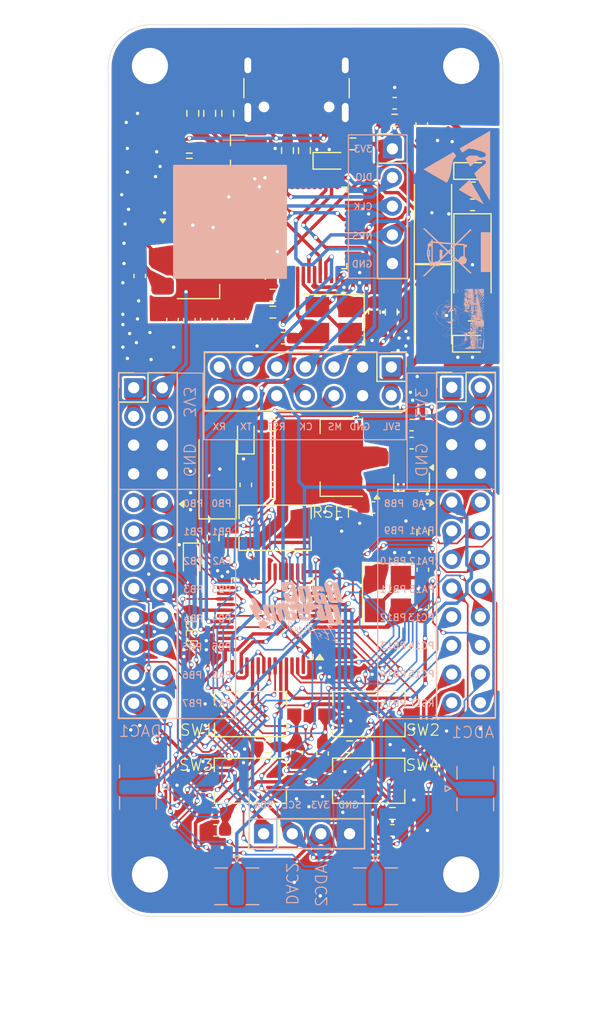
<source format=kicad_pcb>
(kicad_pcb (version 20240108) (generator "pcbnew") (generator_version "8.0")
  (layers (0 "F.Cu" signal) (31 "B.Cu" signal) (34 "B.Paste" user) (35 "F.Paste" user) (36 "B.SilkS" user "B.Silkscreen") (37 "F.SilkS" user "F.Silkscreen") (38 "B.Mask" user) (39 "F.Mask" user) (44 "Edge.Cuts" user))
  (net 0 "")
  (net 1 "Net-(U1-PD0)")
  (net 2 "GND")
  (net 3 "Net-(U1-PD1)")
  (net 4 "AGND")
  (net 5 "+5V")
  (net 6 "+3.3VFS")
  (net 7 "+3.3V")
  (net 8 "/Debuger/nrs")
  (net 9 "/MCU/RSET")
  (net 10 "/MCU/PB11")
  (net 11 "/MCU/PB12")
  (net 12 "/MCU/PB13")
  (net 13 "/MCU/PB14")
  (net 14 "Net-(U4-PF0)")
  (net 15 "Net-(U4-PF1)")
  (net 16 "/Debuger/LED_STLINK")
  (net 17 "Net-(D1-A)")
  (net 18 "Net-(D2-K)")
  (net 19 "+5VL")
  (net 20 "+5VP")
  (net 21 "Net-(D5-A)")
  (net 22 "Net-(D6-A)")
  (net 23 "Net-(D8-A)")
  (net 24 "Net-(D10-A)")
  (net 25 "Net-(J1-D+-PadA6)")
  (net 26 "Net-(J1-CC1)")
  (net 27 "Net-(J1-D--PadA7)")
  (net 29 "Net-(J1-CC2)")
  (net 31 "/Debuger/STLINK_TX1")
  (net 32 "/Debuger/STLINK_RX1")
  (net 33 "/Debuger/T_NRST1")
  (net 34 "/Debuger/T_JTMS1")
  (net 35 "/Debuger/USART2_RX")
  (net 36 "/Debuger/T_JTMS")
  (net 37 "/Debuger/USART2_TX")
  (net 38 "/Debuger/T_JTCK1")
  (net 39 "/Debuger/T_JTCK")
  (net 40 "/Debuger/ST_SWCLK")
  (net 41 "/Debuger/ST_SWDIO")
  (net 42 "/MCU/PA0")
  (net 43 "/MCU/PA1")
  (net 44 "/MCU/PA4")
  (net 45 "/MCU/PA5")
  (net 46 "/MCU/PB7")
  (net 47 "/MCU/PA15")
  (net 48 "/MCU/PB2")
  (net 49 "/MCU/PB1")
  (net 50 "/MCU/PB5")
  (net 51 "/MCU/PB4")
  (net 52 "/MCU/PB3")
  (net 53 "/MCU/PA2")
  (net 54 "/MCU/PA3")
  (net 55 "/MCU/PB0")
  (net 56 "/MCU/PA6")
  (net 57 "/MCU/PA7")
  (net 58 "/MCU/PB6")
  (net 59 "/MCU/PA8")
  (net 60 "/MCU/PA12")
  (net 61 "/MCU/PC13")
  (net 62 "/MCU/PB8")
  (net 63 "/MCU/PC14")
  (net 64 "/MCU/PB15")
  (net 65 "/MCU/PA11")
  (net 66 "/MCU/PB9")
  (net 67 "/MCU/PC15")
  (net 68 "/MCU/PB10")
  (net 69 "Net-(Q1-E)")
  (net 70 "Net-(Q1-B)")
  (net 71 "/Debuger/USB_DN")
  (net 72 "/Debuger/USB_DP")
  (net 73 "/Debuger/USB_RENUMn")
  (net 74 "/Debuger/AIN")
  (net 75 "Net-(U1-PB3)")
  (net 76 "/Debuger/T_SWDIOIN")
  (net 77 "Net-(U1-BOOT0)")
  (net 97 "+3.3VRF")
  (footprint "Crystal:Crystal_SMD_3225-4Pin_3.2x2.5mm_HandSoldering" (layer "F.Cu") (at 215.4 107.4625 -90)
    (property "Reference" "Y2" (hide yes))
    (property "Value" "Crystal_GND24")
  )
  (footprint "Resistor_SMD:R_0603_1608Metric_Pad0.98x0.95mm_HandSolder" (layer "F.Cu") (at 222.8 83.8 180)
    (property "Reference" "R15" (hide yes))
    (property "Value" "10k")
  )
  (footprint "Diode_SMD:D_SMA_Handsoldering" (layer "F.Cu") (at 200.3 96.3 90)
    (property "Reference" "D11" (hide yes))
    (property "Value" "D")
  )
  (footprint "Capacitor_SMD:C_0603_1608Metric_Pad1.08x0.95mm_HandSolder" (layer "F.Cu") (at 200.1 128.4)
    (property "Reference" "C20" (hide yes))
    (property "Value" "100pf")
  )
  (footprint "Main:SW_Tactile_SPST_NO_Straight_CK_PTS636Sx25SMTRLFS" (layer "F.Cu") (at 205.4 101.6)
    (property "Reference" "SW1" (hide yes))
    (property "Value" "SW_Push")
  )
  (footprint "Connector_USB:USB_C_Receptacle_GCT_USB4105-xx-A_16P_TopMnt_Horizontal" (layer "F.Cu") (at 207.3 61.72 180)
    (property "Reference" "J1" (hide yes))
    (property "Value" "USB_C_Receptacle_USB2.0_16P")
  )
  (footprint "Capacitor_SMD:C_0603_1608Metric_Pad1.08x0.95mm_HandSolder" (layer "F.Cu") (at 218.5 105.3125 90)
    (property "Reference" "C23" (hide yes))
    (property "Value" "22pf")
  )
  (footprint "Capacitor_SMD:C_0603_1608Metric_Pad1.08x0.95mm_HandSolder" (layer "F.Cu") (at 214.1 99.8 180)
    (property "Reference" "C16" (hide yes))
    (property "Value" "100nf")
  )
  (footprint "" (layer "F.Cu") (at 194.3 60.7)
    (property "Reference" "")
    (property "Value" "")
  )
  (footprint "Diode_SMD:D_SMA_Handsoldering" (layer "F.Cu") (at 219.4 82.8 -90)
    (property "Reference" "D2" (hide yes))
    (property "Value" "1N4007")
  )
  (footprint "Capacitor_SMD:C_0603_1608Metric_Pad1.08x0.95mm_HandSolder" (layer "F.Cu") (at 217.5 92.5 180)
    (property "Reference" "C24" (hide yes))
    (property "Value" "470nf")
  )
  (footprint "Resistor_SMD:R_0603_1608Metric_Pad0.98x0.95mm_HandSolder" (layer "F.Cu") (at 222.8875 71.5 180)
    (property "Reference" "R14" (hide yes))
    (property "Value" "10k")
  )
  (footprint "Resistor_SMD:R_0603_1608Metric_Pad0.98x0.95mm_HandSolder" (layer "F.Cu") (at 199.6 64.9 -90)
    (property "Reference" "R3" (hide yes))
    (property "Value" "1.5k")
  )
  (footprint "Connector_PinHeader_2.54mm:PinHeader_1x04_P2.54mm_Vertical" (layer "F.Cu") (at 204.38 128.7 90)
    (property "Reference" "J8" (hide yes))
    (property "Value" "Conn_01x04_Socket")
  )
  (footprint "Resistor_SMD:R_0603_1608Metric_Pad0.98x0.95mm_HandSolder" (layer "F.Cu") (at 205.2 82.5)
    (property "Reference" "R11" (hide yes))
    (property "Value" "4.7K")
  )
  (footprint "Package_TO_SOT_SMD:SOT-223-3_TabPin2" (layer "F.Cu") (at 211.3 95.4 180)
    (property "Reference" "U3" (hide yes))
    (property "Value" "AMS1117-3.3")
  )
  (footprint "Package_QFP:LQFP-48_7x7mm_P0.5mm" (layer "F.Cu") (at 205.15 109.65 180)
    (property "Reference" "U4" (hide yes))
    (property "Value" "STM32G431C8Tx" (hide yes))
  )
  (footprint "Capacitor_SMD:C_0603_1608Metric_Pad1.08x0.95mm_HandSolder" (layer "F.Cu") (at 205.2 95.5 180)
    (property "Reference" "C11" (hide yes))
    (property "Value" "100nf")
  )
  (footprint "Resistor_SMD:R_0603_1608Metric_Pad0.98x0.95mm_HandSolder" (layer "F.Cu") (at 198.1 64.9 -90)
    (property "Reference" "R7" (hide yes))
    (property "Value" "5.1k")
  )
  (footprint "Resistor_SMD:R_0603_1608Metric_Pad0.98x0.95mm_HandSolder" (layer "F.Cu") (at 212 121)
    (property "Reference" "R23" (hide yes))
    (property "Value" "10k")
  )
  (footprint "LED_SMD:LED_0603_1608Metric_Pad1.05x0.95mm_HandSolder" (layer "F.Cu") (at 198 104.6125 -90)
    (property "Reference" "D10" (hide yes))
    (property "Value" "LED")
  )
  (footprint "" (layer "F.Cu") (at 221.9 60.7)
    (property "Reference" "")
    (property "Value" "")
  )
  (footprint "Resistor_SMD:R_0603_1608Metric_Pad0.98x0.95mm_HandSolder" (layer "F.Cu") (at 218.5 102 90)
    (property "Reference" "R27" (hide yes))
    (property "Value" "100k")
  )
  (footprint "LED_SMD:LED_0603_1608Metric_Pad1.05x0.95mm_HandSolder" (layer "F.Cu") (at 222.8 85.3)
    (property "Reference" "D6" (hide yes))
    (property "Value" "LED")
  )
  (footprint "Resistor_SMD:R_0603_1608Metric_Pad0.98x0.95mm_HandSolder" (layer "F.Cu") (at 197.7875 70.9)
    (property "Reference" "R18" (hide yes))
    (property "Value" "100k")
  )
  (footprint "Capacitor_SMD:C_0603_1608Metric_Pad1.08x0.95mm_HandSolder" (layer "F.Cu") (at 205.2 94 180)
    (property "Reference" "C10" (hide yes))
    (property "Value" "4.7uf")
  )
  (footprint "Capacitor_SMD:C_0603_1608Metric_Pad1.08x0.95mm_HandSolder" (layer "F.Cu") (at 216 64)
    (property "Reference" "C12" (hide yes))
    (property "Value" "100pf")
  )
  (footprint "Crystal:Crystal_SMD_3225-4Pin_3.2x2.5mm_HandSoldering" (layer "F.Cu") (at 210.6 83.2 180)
    (property "Reference" "Y1" (hide yes))
    (property "Value" "Crystal_GND24")
  )
  (footprint "Main:SW_Tactile_SPST_NO_Straight_CK_PTS636Sx25SMTRLFS" (layer "F.Cu") (at 213.725 118.1)
    (property "Reference" "SW3" (hide yes))
    (property "Value" "SW_Push")
  )
  (footprint "Resistor_SMD:R_0603_1608Metric_Pad0.98x0.95mm_HandSolder" (layer "F.Cu") (at 205.2 92.5)
    (property "Reference" "R17" (hide yes))
    (property "Value" "10k")
  )
  (footprint "Capacitor_SMD:C_0603_1608Metric_Pad1.08x0.95mm_HandSolder" (layer "F.Cu") (at 205.2375 97 180)
    (property "Reference" "C6" (hide yes))
    (property "Value" "4.7uf")
  )
  (footprint "Resistor_SMD:R_0603_1608Metric_Pad0.98x0.95mm_HandSolder" (layer "F.Cu") (at 215.8 126.9)
    (property "Reference" "R25" (hide yes))
    (property "Value" "10k")
  )
  (footprint "Package_TO_SOT_SMD:SOT-223-3_TabPin2" (layer "F.Cu") (at 198.575 77.9)
    (property "Reference" "U2" (hide yes))
    (property "Value" "AMS1117-3.3")
  )
  (footprint "Capacitor_SMD:C_0603_1608Metric_Pad1.08x0.95mm_HandSolder" (layer "F.Cu") (at 209.6 121.6 90)
    (property "Reference" "C19" (hide yes))
    (property "Value" "100pf")
  )
  (footprint "LED_SMD:LED_0603_1608Metric_Pad1.05x0.95mm_HandSolder" (layer "F.Cu") (at 222.9 70)
    (property "Reference" "D5" (hide yes))
    (property "Value" "LED")
  )
  (footprint "Resistor_SMD:R_0603_1608Metric_Pad0.98x0.95mm_HandSolder" (layer "F.Cu") (at 212.3 67.6)
    (property "Reference" "R9" (hide yes))
    (property "Value" "10k")
  )
  (footprint "LED_SMD:LED_0603_1608Metric_Pad1.05x0.95mm_HandSolder" (layer "F.Cu") (at 202.8 93.4 90)
    (property "Reference" "D8" (hide yes))
    (property "Value" "LED")
  )
  (footprint "Resistor_SMD:R_0603_1608Metric_Pad0.98x0.95mm_HandSolder" (layer "F.Cu") (at 201.1 70.9)
    (property "Reference" "R6" (hide yes))
    (property "Value" "10")
  )
  (footprint "Main:SW_Tactile_SPST_NO_Straight_CK_PTS636Sx25SMTRLFS" (layer "F.Cu") (at 203.2 124 180)
    (property "Reference" "SW4" (hide yes))
    (property "Value" "SW_Push")
  )
  (footprint "Capacitor_SMD:C_0603_1608Metric_Pad1.08x0.95mm_HandSolder" (layer "F.Cu") (at 214.2 82.5 90)
    (property "Reference" "C2" (hide yes))
    (property "Value" "22pf")
  )
  (footprint "Resistor_SMD:R_0603_1608Metric_Pad0.98x0.95mm_HandSolder" (layer "F.Cu") (at 206.5 68.1875 -90)
    (property "Reference" "R2" (hide yes))
    (property "Value" "10")
  )
  (footprint "Resistor_SMD:R_0603_1608Metric_Pad0.98x0.95mm_HandSolder" (layer "F.Cu") (at 215.7 82.5 90)
    (property "Reference" "R19" (hide yes))
    (property "Value" "100")
  )
  (footprint "Resistor_SMD:R_0603_1608Metric_Pad0.98x0.95mm_HandSolder" (layer "F.Cu") (at 200.1 126.9 180)
    (property "Reference" "R24" (hide yes))
    (property "Value" "10k")
  )
  (footprint "Connector_PinHeader_2.54mm:PinHeader_2x12_P2.54mm_Vertical" (layer "F.Cu") (at 221.06 89.16)
    (property "Reference" "J10" (hide yes))
    (property "Value" "Conn_02x12_Odd_Even")
  )
  (footprint "Capacitor_SMD:C_0603_1608Metric_Pad1.08x0.95mm_HandSolder" (layer "F.Cu") (at 193.4 79.3 -90)
    (property "Reference" "C14" (hide yes))
    (property "Value" "100nf")
  )
  (footprint "" (layer "F.Cu") (at 221.9 132.3)
    (property "Reference" "")
    (property "Value" "")
  )
  (footprint "Capacitor_SMD:C_0603_1608Metric_Pad1.08x0.95mm_HandSolder" (layer "F.Cu") (at 206.1 84.8)
    (property "Reference" "C1" (hide yes))
    (property "Value" "22pf")
  )
  (footprint "Capacitor_SMD:C_0603_1608Metric_Pad1.08x0.95mm_HandSolder" (layer "F.Cu") (at 222.9 68.5)
    (property "Reference" "C3" (hide yes))
    (property "Value" "4.7uf")
  )
  (footprint "Main:SOT-23_Handsoldering" (layer "F.Cu") (at 217.5 97.6 -90)
    (property "Reference" "U5" (hide yes))
    (property "Value" "REF3033AIDBZR")
  )
  (footprint "LED_SMD:LED_0603_1608Metric_Pad1.05x0.95mm_HandSolder" (layer "F.Cu") (at 210.425 69.1)
    (property "Reference" "D1" (hide yes))
    (property "Value" "LED")
  )
  (footprint "Capacitor_SMD:C_0603_1608Metric_Pad1.08x0.95mm_HandSolder" (layer "F.Cu") (at 202.3 83.2 -90)
    (property "Reference" "C9" (hide yes))
    (property "Value" "100nf")
  )
  (footprint "Package_QFP:LQFP-48_7x7mm_P0.5mm" (layer "F.Cu") (at 208.15 75.0375 90)
    (property "Reference" "U1" (hide yes))
    (property "Value" "STM32F103CBTx")
  )
  (footprint "Diode_SMD:D_SMA_Handsoldering" (layer "F.Cu") (at 222.9 78.3 -90)
    (property "Reference" "D9" (hide yes))
    (property "Value" "TVS")
  )
  (footprint "Resistor_SMD:R_0603_1608Metric_Pad0.98x0.95mm_HandSolder" (layer "F.Cu") (at 197.7875 67.899 180)
    (property "Reference" "R4" (hide yes))
    (property "Value" "10k")
  )
  (footprint "Resistor_SMD:R_0603_1608Metric_Pad0.98x0.95mm_HandSolder" (layer "F.Cu") (at 201.2 64.9 -90)
    (property "Reference" "R8" (hide yes))
    (property "Value" "5.1k")
  )
  (footprint "Capacitor_SMD:C_0603_1608Metric_Pad1.08x0.95mm_HandSolder" (layer "F.Cu") (at 197.8 83.2 -90)
    (property "Reference" "C8" (hide yes))
    (property "Value" "4.7uf")
  )
  (footprint "Diode_SMD:D_SMA_Handsoldering" (layer "F.Cu") (at 219.4 73.7 90)
    (property "Reference" "D3" (hide yes))
    (property "Value" "1N4007")
  )
  (footprint "" (layer "F.Cu") (at 194.3 132.3)
    (property "Reference" "")
    (property "Value" "")
  )
  (footprint "Resistor_SMD:R_0603_1608Metric_Pad0.98x0.95mm_HandSolder" (layer "F.Cu") (at 197.8 69.4)
    (property "Reference" "R5" (hide yes))
    (property "Value" "36k")
  )
  (footprint "Resistor_SMD:R_0603_1608Metric_Pad0.98x0.95mm_HandSolder" (layer "F.Cu") (at 208 68.1875 -90)
    (property "Reference" "R1" (hide yes))
    (property "Value" "10")
  )
  (footprint "Capacitor_SMD:C_0603_1608Metric_Pad1.08x0.95mm_HandSolder" (layer "F.Cu") (at 217.5 94.1)
    (property "Reference" "C15" (hide yes))
    (property "Value" "100nf")
  )
  (footprint "Capacitor_SMD:C_0603_1608Metric_Pad1.08x0.95mm_HandSolder" (layer "F.Cu") (at 205.2 98.5 180)
    (property "Reference" "C7" (hide yes))
    (property "Value" "100nf")
  )
  (footprint "Main:SOT-23_Handsoldering" (layer "F.Cu") (at 202.2 68.4 180)
    (property "Reference" "Q1" (hide yes))
    (property "Value" "SS8050")
  )
  (footprint "Capacitor_SMD:C_0603_1608Metric_Pad1.08x0.95mm_HandSolder" (layer "F.Cu") (at 196.3 83.2 -90)
    (property "Reference" "C17" (hide yes))
    (property "Value" "100nf")
  )
  (footprint "Capacitor_SMD:C_0603_1608Metric_Pad1.08x0.95mm_HandSolder" (layer "F.Cu") (at 199.3 83.2 -90)
    (property "Reference" "C5" (hide yes))
    (property "Value" "100nf")
  )
  (footprint "Connector_PinHeader_2.54mm:PinHeader_2x07_P2.54mm_Vertical" (layer "F.Cu") (at 215.7 87.36 -90)
    (property "Reference" "J2" (hide yes))
    (property "Value" "Conn_02x07_Odd_Even")
  )
  (footprint "Resistor_SMD:R_0603_1608Metric_Pad0.98x0.95mm_HandSolder" (layer "F.Cu") (at 197.8 72.4)
    (property "Reference" "R21" (hide yes))
    (property "Value" "100k")
  )
  (footprint "Main:SW_Tactile_SPST_NO_Straight_CK_PTS636Sx25SMTRLFS" (layer "F.Cu") (at 213.7 124)
    (property "Reference" "SW5" (hide yes))
    (property "Value" "SW_Push")
  )
  (footprint "Connector_PinHeader_2.54mm:PinHeader_1x05_P2.54mm_Vertical" (layer "F.Cu") (at 215.8 68.04)
    (property "Reference" "J3" (hide yes))
    (property "Value" "Conn_01x05_Pin" (hide yes))
  )
  (footprint "Resistor_SMD:R_0603_1608Metric_Pad0.98x0.95mm_HandSolder" (layer "F.Cu") (at 198 108.0125 -90)
    (property "Reference" "R26" (hide yes))
    (property "Value" "10k")
  )
  (footprint "Main:SW_Tactile_SPST_NO_Straight_CK_PTS636Sx25SMTRLFS" (layer "F.Cu") (at 203.225 118.1 180)
    (property "Reference" "SW2" (hide yes))
    (property "Value" "SW_Push")
  )
  (footprint "Resistor_SMD:R_0603_1608Metric_Pad0.98x0.95mm_HandSolder" (layer "F.Cu") (at 204.8 121 180)
    (property "Reference" "R22" (hide yes))
    (property "Value" "10k")
  )
  (footprint "Resistor_SMD:R_0603_1608Metric_Pad0.98x0.95mm_HandSolder" (layer "F.Cu") (at 199.9 102.5 -90)
    (property "Reference" "R20" (hide yes))
    (property "Value" "10k")
  )
  (footprint "Fuse:Fuse_0603_1608Metric_Pad1.05x0.95mm_HandSolder" (layer "F.Cu") (at 222.9 73)
    (property "Reference" "FB1" (hide yes))
    (property "Value" "FerriteBead_Small")
  )
  (footprint "Capacitor_SMD:C_0603_1608Metric_Pad1.08x0.95mm_HandSolder" (layer "F.Cu") (at 215.8 128.4 180)
    (property "Reference" "C21" (hide yes))
    (property "Value" "100pf")
  )
  (footprint "Capacitor_SMD:C_0603_1608Metric_Pad1.08x0.95mm_HandSolder" (layer "F.Cu") (at 218.5 108.6125 -90)
    (property "Reference" "C22" (hide yes))
    (property "Value" "22pf")
  )
  (footprint "Capacitor_SMD:C_0603_1608Metric_Pad1.08x0.95mm_HandSolder" (layer "F.Cu") (at 200.8 83.2 -90)
    (property "Reference" "C4" (hide yes))
    (property "Value" "4.7uf")
  )
  (footprint "Capacitor_SMD:C_0603_1608Metric_Pad1.08x0.95mm_HandSolder" (layer "F.Cu") (at 207.3 121.5 90)
    (property "Reference" "C18" (hide yes))
    (property "Value" "100pf")
  )
  (footprint "Connector_PinHeader_2.54mm:PinHeader_2x12_P2.54mm_Vertical" (layer "F.Cu") (at 192.86 89.2)
    (property "Reference" "J9" (hide yes))
    (property "Value" "Conn_02x12_Odd_Even")
  )
  (footprint "Capacitor_SMD:C_0603_1608Metric_Pad1.08x0.95mm_HandSolder" (layer "F.Cu") (at 202.8 97.8 -90)
    (property "Reference" "C13" (hide yes))
    (property "Value" "100pf")
  )
  (footprint "Resistor_SMD:R_0603_1608Metric_Pad0.98x0.95mm_HandSolder" (layer "F.Cu") (at 216 65.5 180)
    (property "Reference" "R12" (hide yes))
    (property "Value" "100k")
  )
  (footprint "Fuse:Fuse_0603_1608Metric_Pad1.05x0.95mm_HandSolder" (layer "F.Cu") (at 218.4 65.9 90)
    (property "Reference" "FB2" (hide yes))
    (property "Value" "FerriteBead_Small")
  )
  (footprint "Resistor_SMD:R_0603_1608Metric_Pad0.98x0.95mm_HandSolder" (layer "F.Cu") (at 205.2 81 180)
    (property "Reference" "R10" (hide yes))
    (property "Value" "4.7K")
  )
  (footprint "Connector_Coaxial:SMA_Samtec_SMA-J-P-H-ST-EM1_EdgeMount" (layer "B.Cu") (at 214.3 133.4375 -90)
    (property "Reference" "J5" (hide yes))
    (property "Value" "Conn_Coaxial")
  )
  (footprint "LOGO" (layer "B.Cu") (at 208 109 180)
    (property "Reference" "G***")
    (property "Value" "LOGO" (hide yes))
  )
  (footprint "Connector_Coaxial:SMA_Samtec_SMA-J-P-H-ST-EM1_EdgeMount" (layer "B.Cu") (at 193.15 124.575 180)
    (property "Reference" "J6" (hide yes))
    (property "Value" "Conn_Coaxial")
  )
  (footprint "xgd" (layer "B.Cu") (at 221.6 83.1 -90)
    (property "Reference" "G***" (hide yes))
    (property "Value" "LOGO" (hide yes))
  )
  (footprint "Connector_Coaxial:SMA_Samtec_SMA-J-P-H-ST-EM1_EdgeMount" (layer "B.Cu") (at 223.2375 124.7)
    (property "Reference" "J4" (hide yes))
    (property "Value" "Conn_Coaxial")
  )
  (footprint "Symbol:WEEE-Logo_4.2x6mm_SilkScreen" (layer "B.Cu") (at 221.5 77.2 -90)
    (property "Reference" "REF**" (hide yes))
    (property "Value" "WEEE-Logo_4.2x6mm_SilkScreen" (hide yes))
  )
  (footprint "Symbol:ESD-Logo_6.6x6mm_SilkScreen" (layer "B.Cu") (at 221.5 69.7 -90)
    (property "Reference" "REF**" (hide yes))
    (property "Value" "ESD-Logo_6.6x6mm_SilkScreen" (hide yes))
  )
  (footprint "Connector_Coaxial:SMA_Samtec_SMA-J-P-H-ST-EM1_EdgeMount" (layer "B.Cu") (at 202 133.4375 -90)
    (property "Reference" "J7" (hide yes))
    (property "Value" "Conn_Coaxial")
  )
  (gr_rect (start 196.7 87.9) (end 199 98.2) (stroke (width 0.1)) (fill none) (layer "B.SilkS"))
  (gr_rect (start 196.4 69.5) (end 206.4 79.5) (stroke (width 0.1)) (fill solid) (layer "B.SilkS"))
  (gr_rect (start 217.1 87.9) (end 219.7 98.2) (stroke (width 0.1)) (fill none) (layer "B.SilkS"))
  (gr_rect (start 214.5 98.2) (end 219.7 118.5) (stroke (width 0.1)) (fill none) (layer "B.SilkS"))
  (gr_rect (start 211.9 66.8) (end 214.5 79.5) (stroke (width 0.1)) (fill none) (layer "B.SilkS"))
  (gr_rect (start 219.7 87.9) (end 224.9 98.2) (stroke (width 0.1)) (fill none) (layer "B.SilkS"))
  (gr_rect (start 196.7 98.2) (end 201.9 118.5) (stroke (width 0.1)) (fill none) (layer "B.SilkS"))
  (gr_rect (start 219.7 98.2) (end 224.9 118.5) (stroke (width 0.1)) (fill none) (layer "B.SilkS"))
  (gr_rect (start 191.5 87.9) (end 196.7 98.2) (stroke (width 0.1)) (fill none) (layer "B.SilkS"))
  (gr_rect (start 203.1 127.4) (end 213.3 130) (stroke (width 0.1)) (fill none) (layer "B.SilkS"))
  (gr_rect (start 199.1 91.3) (end 217 93.8) (stroke (width 0.1)) (fill none) (layer "B.SilkS"))
  (gr_rect (start 214.5 66.8) (end 217.1 79.5) (stroke (width 0.1)) (fill none) (layer "B.SilkS"))
  (gr_rect (start 199.1 86.1) (end 217 91.3) (stroke (width 0.1)) (fill none) (layer "B.SilkS"))
  (gr_rect (start 191.5 98.2) (end 196.7 118.5) (stroke (width 0.1)) (fill none) (layer "B.SilkS"))
  (gr_rect (start 203.1 124.8) (end 213.3 127.4) (stroke (width 0.1)) (fill none) (layer "B.SilkS"))
  (gr_poly (pts (xy 197.3 99.2) (xy 196.9 99.5) (xy 197.3 99.8)) (stroke (width 0.1)) (fill solid) (layer "F.SilkS"))
  (gr_poly (pts (xy 219.1 99.7) (xy 219.5 99.4) (xy 219.1 99.1)) (stroke (width 0.1)) (fill solid) (layer "F.SilkS"))
  (gr_arc (start 194.387006 136.012994) (mid 191.7 134.9) (end 190.587006 132.212994) (stroke (width 0.05)) (layer "Edge.Cuts"))
  (gr_line (start 194.357716 57.042284) (end 221.842284 57) (stroke (width 0.05)) (layer "Edge.Cuts"))
  (gr_arc (start 190.6 60.8) (mid 191.70061 58.142894) (end 194.357716 57.042284) (stroke (width 0.05)) (layer "Edge.Cuts"))
  (gr_line (start 221.842284 136.00061) (end 194.387006 136.012994) (stroke (width 0.05)) (layer "Edge.Cuts"))
  (gr_arc (start 221.842284 57) (mid 224.49939 58.10061) (end 225.6 60.757716) (stroke (width 0.05)) (layer "Edge.Cuts"))
  (gr_arc (start 225.6 132.242894) (mid 224.49939 134.9) (end 221.842284 136.00061) (stroke (width 0.05)) (layer "Edge.Cuts"))
  (gr_line (start 225.6 60.757716) (end 225.6 132.242894) (stroke (width 0.05)) (layer "Edge.Cuts"))
  (gr_line (start 190.587006 132.212994) (end 190.6 60.8) (stroke (width 0.05)) (layer "Edge.Cuts"))
  (gr_text "GND" (at 213.9 93 0) (layer "B.SilkS") (effects (font (size 0.6 0.6) (thickness 0.1)) (justify left bottom mirror)))
  (gr_text "GND" (at 214.1 78.6 0) (layer "B.SilkS") (effects (font (size 0.6 0.6) (thickness 0.1)) (justify left bottom mirror)))
  (gr_text "PB1" (at 201.6 102.3 0) (layer "B.SilkS") (effects (font (size 0.6 0.6) (thickness 0.1)) (justify left bottom mirror)))
  (gr_text "PB3" (at 201.6 107.4 0) (layer "B.SilkS") (effects (font (size 0.6 0.6) (thickness 0.1)) (justify left bottom mirror)))
  (gr_text "PB7" (at 199 117.5 0) (layer "B.SilkS") (effects (font (size 0.6 0.6) (thickness 0.1)) (justify left bottom mirror)))
  (gr_text "RX" (at 201.1 93 0) (layer "B.SilkS") (effects (font (size 0.6 0.6) (thickness 0.1)) (justify left bottom mirror)))
  (gr_text "CLK" (at 214.1 73.5 0) (layer "B.SilkS") (effects (font (size 0.6 0.6) (thickness 0.1)) (justify left bottom mirror)))
  (gr_text "RSET" (at 219.6 117.5 0) (layer "B.SilkS") (effects (font (size 0.6 0.6) (thickness 0.1)) (justify left bottom mirror)))
  (gr_text "PA7" (at 201.6 117.5 0) (layer "B.SilkS") (effects (font (size 0.6 0.6) (thickness 0.1)) (justify left bottom mirror)))
  (gr_text "ADC1" (at 224.9 120.3 0) (layer "B.SilkS") (effects (font (size 1 1) (thickness 0.1)) (justify left bottom mirror)))
  (gr_text "DAC1" (at 195.4 120.2 0) (layer "B.SilkS") (effects (font (size 1 1) (thickness 0.1)) (justify left bottom mirror)))
  (gr_text "CK" (at 208.8 93 0) (layer "B.SilkS") (effects (font (size 0.6 0.6) (thickness 0.1)) (justify left bottom mirror)))
  (gr_text "ADC2" (at 210.1 131.3 90) (layer "B.SilkS") (effects (font (size 1 1) (thickness 0.1)) (justify left bottom mirror)))
  (gr_text "PC15" (at 219.6 114.9 0) (layer "B.SilkS") (effects (font (size 0.6 0.6) (thickness 0.1)) (justify left bottom mirror)))
  (gr_text "MS" (at 211.4 93 0) (layer "B.SilkS") (effects (font (size 0.6 0.6) (thickness 0.1)) (justify left bottom mirror)))
  (gr_text "PA12" (at 219.6 104.9 0) (layer "B.SilkS") (effects (font (size 0.6 0.6) (thickness 0.1)) (justify left bottom mirror)))
  (gr_text "GND" (at 212.9 126.5 0) (layer "B.SilkS") (effects (font (size 0.6 0.6) (thickness 0.1)) (justify left bottom mirror)))
  (gr_text "3V3" (at 210.3 126.5 0) (layer "B.SilkS") (effects (font (size 0.6 0.6) (thickness 0.1)) (justify left bottom mirror)))
  (gr_text "PB9" (at 216.9 102.2 0) (layer "B.SilkS") (effects (font (size 0.6 0.6) (thickness 0.1)) (justify left bottom mirror)))
  (gr_text "3V3" (at 214.1 68.4 0) (layer "B.SilkS") (effects (font (size 0.6 0.6) (thickness 0.1)) (justify left bottom mirror)))
  (gr_text "GND" (at 219 94 90) (layer "B.SilkS") (effects (font (size 1 1) (thickness 0.1)) (justify left bottom mirror)))
  (gr_text "PA11" (at 219.6 102.2 0) (layer "B.SilkS") (effects (font (size 0.6 0.6) (thickness 0.1)) (justify left bottom mirror)))
  (gr_text "5VL" (at 216.6 93 0) (layer "B.SilkS") (effects (font (size 0.6 0.6) (thickness 0.1)) (justify left bottom mirror)))
  (gr_text "PB4" (at 201.6 110 0) (layer "B.SilkS") (effects (font (size 0.6 0.6) (thickness 0.1)) (justify left bottom mirror)))
  (gr_text "PB14" (at 217.1 114.9 0) (layer "B.SilkS") (effects (font (size 0.6 0.6) (thickness 0.1)) (justify left bottom mirror)))
  (gr_text "3V3" (at 197.2 91.9 -90) (layer "B.SilkS") (effects (font (size 1 1) (thickness 0.1)) (justify left bottom mirror)))
  (gr_text "NRS" (at 214.1 76.1 0) (layer "B.SilkS") (effects (font (size 0.6 0.6) (thickness 0.1)) (justify left bottom mirror)))
  (gr_text "PB5" (at 199 112.5 0) (layer "B.SilkS") (effects (font (size 0.6 0.6) (thickness 0.1)) (justify left bottom mirror)))
  (gr_text "PA6" (at 201.6 115 0) (layer "B.SilkS") (effects (font (size 0.6 0.6) (thickness 0.1)) (justify left bottom mirror)))
  (gr_text "PB13" (at 217.1 112.4 0) (layer "B.SilkS") (effects (font (size 0.6 0.6) (thickness 0.1)) (justify left bottom mirror)))
  (gr_text "GND" (at 197.2 97.2 -90) (layer "B.SilkS") (effects (font (size 1 1) (thickness 0.1)) (justify left bottom mirror)))
  (gr_text "DAC2" (at 206.3 135.1 -90) (layer "B.SilkS") (effects (font (size 1 1) (thickness 0.1)) (justify left bottom mirror)))
  (gr_text "PB8" (at 216.9 99.8 0) (layer "B.SilkS") (effects (font (size 0.6 0.6) (thickness 0.1)) (justify left bottom mirror)))
  (gr_text "PC14" (at 219.6 112.4 0) (layer "B.SilkS") (effects (font (size 0.6 0.6) (thickness 0.1)) (justify left bottom mirror)))
  (gr_text "PA2" (at 201.6 104.9 0) (layer "B.SilkS") (effects (font (size 0.6 0.6) (thickness 0.1)) (justify left bottom mirror)))
  (gr_text "SCL" (at 207.8 126.5 0) (layer "B.SilkS") (effects (font (size 0.6 0.6) (thickness 0.1)) (justify left bottom mirror)))
  (gr_text "3V3" (at 219 89.1 90) (layer "B.SilkS") (effects (font (size 1 1) (thickness 0.1)) (justify left bottom mirror)))
  (gr_text "PA15" (at 219.6 107.4 0) (layer "B.SilkS") (effects (font (size 0.6 0.6) (thickness 0.1)) (justify left bottom mirror)))
  (gr_text "PB15" (at 217.1 117.5 0) (layer "B.SilkS") (effects (font (size 0.6 0.6) (thickness 0.1)) (justify left bottom mirror)))
  (gr_text "PB0" (at 201.6 99.8 0) (layer "B.SilkS") (effects (font (size 0.6 0.6) (thickness 0.1)) (justify left bottom mirror)))
  (gr_text "PB4" (at 199.1 110 0) (layer "B.SilkS") (effects (font (size 0.6 0.6) (thickness 0.1)) (justify left bottom mirror)))
  (gr_text "PB3" (at 199.1 107.4 0) (layer "B.SilkS") (effects (font (size 0.6 0.6) (thickness 0.1)) (justify left bottom mirror)))
  (gr_text "TX" (at 203.4 93 0) (layer "B.SilkS") (effects (font (size 0.6 0.6) (thickness 0.1)) (justify left bottom mirror)))
  (gr_text "PB11" (at 217.1 107.4 0) (layer "B.SilkS") (effects (font (size 0.6 0.6) (thickness 0.1)) (justify left bottom mirror)))
  (gr_text "PA8" (at 219.3 99.8 0) (layer "B.SilkS") (effects (font (size 0.6 0.6) (thickness 0.1)) (justify left bottom mirror)))
  (gr_text "PB6" (at 199 115 0) (layer "B.SilkS") (effects (font (size 0.6 0.6) (thickness 0.1)) (justify left bottom mirror)))
  (gr_text "PB1" (at 199.1 102.3 0) (layer "B.SilkS") (effects (font (size 0.6 0.6) (thickness 0.1)) (justify left bottom mirror)))
  (gr_text "PB5" (at 201.6 112.5 0) (layer "B.SilkS") (effects (font (size 0.6 0.6) (thickness 0.1)) (justify left bottom mirror)))
  (gr_text "PC13" (at 219.6 109.9 0) (layer "B.SilkS") (effects (font (size 0.6 0.6) (thickness 0.1)) (justify left bottom mirror)))
  (gr_text "SDA" (at 205.3 126.5 0) (layer "B.SilkS") (effects (font (size 0.6 0.6) (thickness 0.1)) (justify left bottom mirror)))
  (gr_text "PB0" (at 199.1 99.8 0) (layer "B.SilkS") (effects (font (size 0.6 0.6) (thickness 0.1)) (justify left bottom mirror)))
  (gr_text "RST" (at 206.4 93 0) (layer "B.SilkS") (effects (font (size 0.6 0.6) (thickness 0.1)) (justify left bottom mirror)))
  (gr_text "PB2" (at 199.1 104.9 0) (layer "B.SilkS") (effects (font (size 0.6 0.6) (thickness 0.1)) (justify left bottom mirror)))
  (gr_text "DIO" (at 214.1 70.9 0) (layer "B.SilkS") (effects (font (size 0.6 0.6) (thickness 0.1)) (justify left bottom mirror)))
  (gr_text "PB12" (at 217.1 109.9 0) (layer "B.SilkS") (effects (font (size 0.6 0.6) (thickness 0.1)) (justify left bottom mirror)))
  (gr_text "PB10" (at 217.1 104.9 0) (layer "B.SilkS") (effects (font (size 0.6 0.6) (thickness 0.1)) (justify left bottom mirror)))
  (gr_text "SW2" (at 216.925 120.1 0) (layer "F.SilkS") (effects (font (size 1 1) (thickness 0.1)) (justify left bottom)))
  (gr_text "SW4" (at 216.9 123.2 0) (layer "F.SilkS") (effects (font (size 1 1) (thickness 0.1)) (justify left bottom)))
  (gr_text "LED" (at 197.4 109.6 -90) (layer "F.SilkS") (effects (font (size 1 1) (thickness 0.1)) (justify left bottom)))
  (gr_text "SW1" (at 196.9 120.1 0) (layer "F.SilkS") (effects (font (size 1 1) (thickness 0.1)) (justify left bottom)))
  (gr_text "SW3" (at 196.8 123.2 0) (layer "F.SilkS") (effects (font (size 1 1) (thickness 0.1)) (justify left bottom)))
  (gr_text "RSET" (at 208.6 100.8 0) (layer "F.SilkS") (effects (font (size 1 1) (thickness 0.1)) (justify left bottom)))
  (segment (start 208.95 84.35) (end 209.149999 84.35) (width 0.3) (layer "F.Cu") (net 1))
  (segment (start 207.4 82.8) (end 208.95 84.35) (width 0.3) (layer "F.Cu") (net 1))
  (segment (start 208.699999 84.8) (end 209.149999 84.35) (width 0.3) (layer "F.Cu") (net 1))
  (segment (start 207.4 79.2) (end 207.4 82.8) (width 0.3) (layer "F.Cu") (net 1))
  (segment (start 208.949999 84.35) (end 209.149999 84.35) (width 0.15) (layer "F.Cu") (net 1))
  (segment (start 206.9625 84.8) (end 208.699999 84.8) (width 0.3) (layer "F.Cu") (net 1))
  (segment (start 212.050001 84.35) (end 213.2125 84.35) (width 0.3) (layer "F.Cu") (net 2))
  (segment (start 203.9875 77.2875) (end 205.4625 77.2875) (width 0.3) (layer "F.Cu") (net 2))
  (segment (start 210.924465 73.75) (end 211.461965 74.2875) (width 0.3) (layer "F.Cu") (net 2))
  (segment (start 214.25 108.7625) (end 216.55 106.4625) (width 0.3) (layer "F.Cu") (net 2))
  (segment (start 203.7 106.5) (end 204.622054 106.5) (width 0.15) (layer "F.Cu") (net 2))
  (segment (start 213.2125 84.35) (end 214.2 83.3625) (width 0.3) (layer "F.Cu") (net 2))
  (segment (start 204.622054 106.5) (end 204.9 106.222054) (width 0.15) (layer "F.Cu") (net 2))
  (segment (start 211.599999 84.35) (end 212.050001 84.35) (width 0.3) (layer "F.Cu") (net 2))
  (segment (start 211.461965 74.2875) (end 212.3125 74.2875) (width 0.3) (layer "F.Cu") (net 2))
  (segment (start 204.9 106.222054) (end 204.9 105.4875) (width 0.15) (layer "F.Cu") (net 2))
  (segment (start 208.575 114.825) (end 209.4 114) (width 0.15) (layer "F.Cu") (net 2))
  (segment (start 214.25 108.9125) (end 214.25 108.7625) (width 0.3) (layer "F.Cu") (net 2))
  (segment (start 205.4625 77.2875) (end 205.6 77.15) (width 0.3) (layer "F.Cu") (net 2))
  (segment (start 216.55 106.0125) (end 218.3375 106.0125) (width 0.3) (layer "F.Cu") (net 2))
  (segment (start 202.9 106.256497) (end 203.023353 106.379849) (width 0.15) (layer "F.Cu") (net 2))
  (segment (start 205.9 70.875) (end 205.9 72.772301) (width 0.2) (layer "F.Cu") (net 2))
  (segment (start 216.55 106.4625) (end 216.55 106.0125) (width 0.3) (layer "F.Cu") (net 2))
  (segment (start 214 114.5) (end 214 114.581801) (width 0.15) (layer "F.Cu") (net 2))
  (segment (start 203.5 106.7) (end 203.7 106.5) (width 0.15) (layer "F.Cu") (net 2))
  (segment (start 203.3 106.5) (end 203.5 106.7) (width 0.15) (layer "F.Cu") (net 2))
  (segment (start 218.3375 106.0125) (end 218.5 106.175) (width 0.3) (layer "F.Cu") (net 2))
  (segment (start 209.149999 82.05) (end 209.85 82.05) (width 0.3) (layer "F.Cu") (net 2))
  (segment (start 202.9 105.4875) (end 202.9 106.256497) (width 0.15) (layer "F.Cu") (net 2))
  (segment (start 207.4 114.549999) (end 207.675001 114.825) (width 0.15) (layer "F.Cu") (net 2))
  (segment (start 210.2 114.8) (end 210.868199 114.131801) (width 0.15) (layer "F.Cu") (net 2))
  (segment (start 209.299999 82.05) (end 211.599999 84.35) (width 0.3) (layer "F.Cu") (net 2))
  (segment (start 203.143504 106.5) (end 203.3 106.5) (width 0.15) (layer "F.Cu") (net 2))
  (segment (start 203.023353 106.379849) (end 203.143504 106.5) (width 0.15) (layer "F.Cu") (net 2))
  (segment (start 205.9 72.772301) (end 206.857833 73.730134) (width 0.2) (layer "F.Cu") (net 2))
  (segment (start 209.149999 82.05) (end 209.299999 82.05) (width 0.3) (layer "F.Cu") (net 2))
  (segment (start 207.4 113.8125) (end 207.4 114.549999) (width 0.15) (layer "F.Cu") (net 2))
  (segment (start 209.85 82.05) (end 210.5 81.4) (width 0.3) (layer "F.Cu") (net 2))
  (segment (start 207.675001 114.825) (end 208.575 114.825) (width 0.15) (layer "F.Cu") (net 2))
  (via (at 200.5 96.4) (size 0.4) (drill 0.3) (layers "F.Cu" "B.Cu") (net 2))
  (via (at 192 78.2) (size 0.4) (drill 0.3) (layers "F.Cu" "B.Cu") (net 2))
  (via (at 201.3 72.3) (size 0.4) (drill 0.3) (layers "F.Cu" "B.Cu") (net 2))
  (via (at 199.3 112.4) (size 0.4) (drill 0.3) (layers "F.Cu" "B.Cu") (net 2))
  (via (at 194.4 86.7) (size 0.4) (drill 0.3) (layers "F.Cu" "B.Cu") (net 2))
  (via (at 195.2 69.6) (size 0.4) (drill 0.3) (layers "F.Cu" "B.Cu") (net 2))
  (via (at 211.3 101.9) (size 0.4) (drill 0.3) (layers "F.Cu" "B.Cu") (net 2))
  (via (at 191.8 72.1) (size 0.4) (drill 0.3) (layers "F.Cu" "B.Cu") (net 2))
  (via (at 193.2 64.9) (size 0.4) (drill 0.3) (layers "F.Cu" "B.Cu") (net 2))
  (via (at 217.4 89.6) (size 0.4) (drill 0.3) (layers "F.Cu" "B.Cu") (net 2))
  (via (at 200.7 105.9) (size 0.4) (drill 0.3) (layers "F.Cu" "B.Cu") (net 2))
  (via (at 205.4 68) (size 0.4) (drill 0.3) (layers "F.Cu" "B.Cu") (net 2))
  (via (at 214 114.581801) (size 0.4) (drill 0.3) (layers "F.Cu" "B.Cu") (net 2))
  (via (at 218.9 128.4) (size 0.4) (drill 0.3) (layers "F.Cu" "B.Cu") (net 2))
  (via (at 211.4 126.8) (size 0.4) (drill 0.3) (layers "F.Cu" "B.Cu") (net 2))
  (via (at 212.9 79.9) (size 0.4) (drill 0.3) (layers "F.Cu" "B.Cu") (net 2))
  (via (at 210.9 100.8) (size 0.4) (drill 0.3) (layers "F.Cu" "B.Cu") (net 2))
  (via (at 216.3 85.9) (size 0.4) (drill 0.3) (layers "F.Cu" "B.Cu") (net 2))
  (via (at 209.4 134.2) (size 0.4) (drill 0.3) (layers "F.Cu" "B.Cu") (net 2))
  (via (at 203.8 85.5) (size 0.4) (drill 0.3) (layers "F.Cu" "B.Cu") (net 2))
  (via (at 197.3 113) (size 0.4) (drill 0.3) (layers "F.Cu" "B.Cu") (net 2))
  (via (at 220.6 119.6) (size 0.4) (drill 0.3) (layers "F.Cu" "B.Cu") (net 2))
  (via (at 194.9 68.3) (size 0.4) (drill 0.3) (layers "F.Cu" "B.Cu") (net 2))
  (via (at 203.6 70.7) (size 0.4) (drill 0.3) (layers "F.Cu" "B.Cu") (net 2))
  (via (at 217 85.5) (size 0.4) (drill 0.3) (layers "F.Cu" "B.Cu") (net 2))
  (via (at 209.8 100.2) (size 0.4) (drill 0.3) (layers "F.Cu" "B.Cu") (net 2))
  (via (at 196.4 85.6) (size 0.4) (drill 0.3) (layers "F.Cu" "B.Cu") (net 2))
  (via (at 200.7 129.925) (size 0.4) (drill 0.3) (layers "F.Cu" "B.Cu") (net 2))
  (via (at 199.3 111.6) (size 0.4) (drill 0.3) (layers "F.Cu" "B.Cu") (net 2))
  (via (at 209.4 114) (size 0.4) (drill 0.3) (layers "F.Cu" "B.Cu") (net 2))
  (via (at 199.9 75) (size 0.4) (drill 0.3) (layers "F.Cu" "B.Cu") (net 2))
  (via (at 214 85) (size 0.4) (drill 0.3) (layers "F.Cu" "B.Cu") (net 2))
  (via (at 218.6 99.9) (size 0.4) (drill 0.3) (layers "F.Cu" "B.Cu") (net 2))
  (via (at 210.924465 73.75) (size 0.4) (drill 0.3) (layers "F.Cu" "B.Cu") (net 2))
  (via (at 218.1 107) (size 0.4) (drill 0.3) (layers "F.Cu" "B.Cu") (net 2))
  (via (at 193.6 110.8) (size 0.4) (drill 0.3) (layers "F.Cu" "B.Cu") (net 2))
  (via (at 212.9 79) (size 0.4) (drill 0.3) (layers "F.Cu" "B.Cu") (net 2))
  (via (at 216.3 82.5) (size 0.4) (drill 0.3) (layers "F.Cu" "B.Cu") (net 2))
  (via (at 216.8 121.3) (size 0.4) (drill 0.3) (layers "F.Cu" "B.Cu") (net 2))
  (via (at 194.8 70.5) (size 0.4) (drill 0.3) (layers "F.Cu" "B.Cu") (net 2))
  (via (at 217.6 90.3) (size 0.4) (drill 0.3) (layers "F.Cu" "B.Cu") (net 2))
  (via (at 193.7 115.9) (size 0.4) (drill 0.3) (layers "F.Cu" "B.Cu") (net 2))
  (via (at 193.4 119.1) (size 0.4) (drill 0.3) (layers "F.Cu" "B.Cu") (net 2))
  (via (at 192.3 86.6) (size 0.4) (drill 0.3) (layers "F.Cu" "B.Cu") (net 2))
  (via (at 215.9 129) (size 0.4) (drill 0.3) (layers "F.Cu" "B.Cu") (net 2))
  (via (at 216 103.8) (size 0.4) (drill 0.3) (layers "F.Cu" "B.Cu") (net 2))
  (via (at 191.9 79.9) (size 0.4) (drill 0.3) (layers "F.Cu" "B.Cu") (net 2))
  (via (at 217 101) (size 0.4) (drill 0.3) (layers "F.Cu" "B.Cu") (net 2))
  (via (at 192.4 73.4) (size 0.4) (drill 0.3) (layers "F.Cu" "B.Cu") (net 2))
  (via (at 211.6 123.2) (size 0.4) (drill 0.3) (layers "F.Cu" "B.Cu") (net 2))
  (via (at 193.2 83.1) (size 0.4) (drill 0.3) (layers "F.Cu" "B.Cu") (net 2))
  (via (at 197.7 123.1) (size 0.4) (drill 0.3) (layers "F.Cu" "B.Cu") (net 2))
  (via (at 194.3 84.3) (size 0.4) (drill 0.3) (layers "F.Cu" "B.Cu") (net 2))
  (via (at 215.6 120.8) (size 0.4) (drill 0.3) (layers "F.Cu" "B.Cu") (net 2))
  (via (at 199 122.3) (size 0.4) (drill 0.3) (layers "F.Cu" "B.Cu") (net 2))
  (via (at 217.1 86.3) (size 0.4) (drill 0.3) (layers "F.Cu" "B.Cu") (net 2))
  (via (at 205.6 77.15) (size 0.4) (drill 0.3) (layers "F.Cu" "B.Cu") (net 2))
  (via (at 192.2 65.7) (size 0.4) (drill 0.3) (layers "F.Cu" "B.Cu") (net 2))
  (via (at 192 76.4) (size 0.4) (drill 0.3) (layers "F.Cu" "B.Cu") (net 2))
  (via (at 203.5 106.7) (size 0.4) (drill 0.3) (layers "F.Cu" "B.Cu") (net 2))
  (via (at 196.7 124.4) (size 0.4) (drill 0.3) (layers "F.Cu" "B.Cu") (net 2))
  (via (at 197.9 98.5) (size 0.4) (drill 0.3) (layers "F.Cu" "B.Cu") (net 2))
  (via (at 209.6 125.4) (size 0.4) (drill 0.3) (layers "F.Cu" "B.Cu") (net 2))
  (via (at 198.1 74.8) (size 0.4) (drill 0.3) (layers "F.Cu" "B.Cu") (net 2))
  (via (at 202.6 122.4) (size 0.4) (drill 0.3) (layers "F.Cu" "B.Cu") (net 2))
  (via (at 197.9 100) (size 0.4) (drill 0.3) (layers "F.Cu" "B.Cu") (net 2))
  (via (at 210.5 81.4) (size 0.4) (drill 0.3) (layers "F.Cu" "B.Cu") (net 2))
  (via (at 194.7 110.8) (size 0.4) (drill 0.3) (layers "F.Cu" "B.Cu") (net 2))
  (via (at 194.2 105.7) (size 0.4) (drill 0.3) (layers "F.Cu" "B.Cu") (net 2))
  (via (at 206.857833 73.730134) (size 0.4) (drill 0.3) (layers "F.Cu" "B.Cu") (net 2))
  (via (at 201.2 105.5) (size 0.4) (drill 0.3) (layers "F.Cu" "B.Cu") (net 2))
  (via (at 192.1 74.7) (size 0.4) (drill 0.3) (layers "F.Cu" "B.Cu") (net 2))
  (via (at 196.9 103.1) (size 0.4) (drill 0.3) (layers "F.Cu" "B.Cu") (net 2))
  (via (at 202.6 95.5) (size 0.4) (drill 0.3) (layers "F.Cu" "B.Cu") (net 2))
  (via (at 215.8 127.6) (size 0.4) (drill 0.3) (layers "F.Cu" "B.Cu") (net 2))
  (via (at 216 62.6) (size 0.4) (drill 0.3) (layers "F.Cu" "B.Cu") (net 2))
  (via (at 218.9 98.6) (size 0.4) (drill 0.3) (layers "F.Cu" "B.Cu") (net 2))
  (via (at 191.9 82.7) (size 0.4) (drill 0.3) (layers "F.Cu" "B.Cu") (net 2))
  (via (at 193.1 85.2) (size 0.4) (drill 0.3) (layers "F.Cu" "B.Cu") (net 2))
  (via (at 200.3 105.4) (size 0.4) (drill 0.3) (layers "F.Cu" "B.Cu") (net 2))
  (via (at 211.9 117.5) (size 0.4) (drill 0.3) (layers "F.Cu" "B.Cu") (net 2))
  (via (at 218 88.2) (size 0.4) (drill 0.3) (layers "F.Cu" "B.Cu") (net 2))
  (via (at 191.9 83.6) (size 0.4) (drill 0.3) (layers "F.Cu" "B.Cu") (net 2))
  (via (at 215 82.5) (size 0.4) (drill 0.3) (layers "F.Cu" "B.Cu") (net 2))
  (via (at 207.3 125.6) (size 0.4) (drill 0.3) (layers "F.Cu" "B.Cu") (net 2))
  (via (at 223.6 119.4) (size 0.4) (drill 0.3) (layers "F.Cu" "B.Cu") (net 2))
  (via (at 192.1 113.3) (size 0.4) (drill 0.3) (layers "F.Cu" "B.Cu") (net 2))
  (via (at 202.7 121.2) (size 0.4) (drill 0.3) (layers "F.Cu" "B.Cu") (net 2))
  (via (at 217.2 84.8) (size 0.4) (drill 0.3) (layers "F.Cu" "B.Cu") (net 2))
  (via (at 212.1 118.7) (size 0.4) (drill 0.3) (layers "F.Cu" "B.Cu") (net 2))
  (via (at 197.3 112.4) (size 0.4) (drill 0.3) (layers "F.Cu" "B.Cu") (net 2))
  (via (at 208.4 126.3) (size 0.4) (drill 0.3) (layers "F.Cu" "B.Cu") (net 2))
  (via (at 192.3 68) (size 0.4) (drill 0.3) (layers "F.Cu" "B.Cu") (net 2))
  (via (at 213.8 76.3) (size 0.4) (drill 0.3) (layers "F.Cu" "B.Cu") (net 2))
  (via (at 204.5 70.6) (size 0.4) (drill 0.3) (layers "F.Cu" "B.Cu") (net 2))
  (via (at 217 84.2) (size 0.4) (drill 0.3) (layers "F.Cu" "B.Cu") (net 2))
  (via (at 194.7 115.9) (size 0.4) (drill 0.3) (layers "F.Cu" "B.Cu") (net 2))
  (via (at 199.2 119.1) (size 0.4) (drill 0.3) (layers "F.Cu" "B.Cu") (net 2))
  (via (at 212.9 101.2) (size 0.4) (drill 0.3) (layers "F.Cu" "B.Cu") (net 2))
  (via (at 195.6 73.7) (size 0.4) (drill 0.3) (layers "F.Cu" "B.Cu") (net 2))
  (via (at 217.7 119.4) (size 0.4) (drill 0.3) (layers "F.Cu" "B.Cu") (net 2))
  (via (at 213.7 73.8) (size 0.4) (drill 0.3) (layers "F.Cu" "B.Cu") (net 2))
  (via (at 218.2 122.9) (size 0.4) (drill 0.3) (layers "F.Cu" "B.Cu") (net 2))
  (via (at 210.2 114.8) (size 0.4) (drill 0.3) (layers "F.Cu" "B.Cu") (net 2))
  (via (at 199.2 117.2) (size 0.4) (drill 0.3) (layers "F.Cu" "B.Cu") (net 2))
  (via (at 216.4 84.8) (size 0.4) (drill 0.3) (layers "F.Cu" "B.Cu") (net 2))
  (via (at 192.6 119.5) (size 0.4) (drill 0.3) (layers "F.Cu" "B.Cu") (net 2))
  (via (at 217.3 103.8) (size 0.4) (drill 0.3) (layers "F.Cu" "B.Cu") (net 2))
  (via (at 207.1 133) (size 0.4) (drill 0.3) (layers "F.Cu" "B.Cu") (net 2))
  (via (at 210.2 68.1) (size 0.4) (drill 0.3) (layers "F.Cu" "B.Cu") (net 2))
  (via (at 213.2 125.4) (size 0.4) (drill 0.3) (layers "F.Cu" "B.Cu") (net 2))
  (via (at 191.9 85.6) (size 0.4) (drill 0.3) (layers "F.Cu" "B.Cu") (net 2))
  (via (at 213.4 71.7) (size 0.4) (drill 0.3) (layers "F.Cu" "B.Cu") (net 2))
  (via (at 193.3 81.5) (size 0.4) (drill 0.3) (layers "F.Cu" "B.Cu") (net 2))
  (via (at 192.3 70.1) (size 0.4) (drill 0.3) (layers "F.Cu" "B.Cu") (net 2))
  (via (at 217.7 125.7) (size 0.4) (drill 0.3) (layers "F.Cu" "B.Cu") (net 2))
  (via (at 192.5 84.4) (size 0.4) (drill 0.3) (layers "F.Cu" "B.Cu") (net 2))
  (via (at 209.1 68.1) (size 0.4) (drill 0.3) (layers "F.Cu" "B.Cu") (net 2))
  (via (at 197.9 96.6) (size 0.4) (drill 0.3) (layers "F.Cu" "B.Cu") (net 2))
  (via (at 211.5 80.3) (size 0.4) (drill 0.3) (layers "F.Cu" "B.Cu") (net 2))
  (segment (start 205.6 77.15) (end 205.6 75.096381) (width 0.3) (layer "B.Cu") (net 2))
  (segment (start 210.5 81.4) (end 210.5 81.3) (width 0.3) (layer "B.Cu") (net 2))
  (segment (start 205.6 75.096381) (end 206.996381 73.7) (width 0.3) (layer "B.Cu") (net 2))
  (segment (start 214 114.5) (end 213.920403 114.420403) (width 0.15) (layer "B.Cu") (net 2))
  (segment (start 202.3 105.5) (end 201.2 105.5) (width 0.15) (layer "B.Cu") (net 2))
  (segment (start 210.5 81.3) (end 211.5 80.3) (width 0.3) (layer "B.Cu") (net 2))
  (segment (start 216.9 109.2) (end 218.2 107.9) (width 0.15) (layer "B.Cu") (net 2))
  (segment (start 206.996381 73.7) (end 210.874465 73.7) (width 0.3) (layer "B.Cu") (net 2))
  (segment (start 213.920403 114.279597) (end 216.9 111.3) (width 0.15) (layer "B.Cu") (net 2))
  (segment (start 210.874465 73.7) (end 210.924465 73.75) (width 0.3) (layer "B.Cu") (net 2))
  (segment (start 203.5 106.7) (end 202.3 105.5) (width 0.15) (layer "B.Cu") (net 2))
  (segment (start 213.920403 114.420403) (end 213.920403 114.279597) (width 0.15) (layer "B.Cu") (net 2))
  (segment (start 214 114.581801) (end 214 114.5) (width 0.15) (layer "B.Cu") (net 2))
  (segment (start 216.9 111.3) (end 216.9 109.2) (width 0.15) (layer "B.Cu") (net 2))
  (segment (start 210.800001 80.8) (end 212.050001 82.05) (width 0.3) (layer "F.Cu") (net 3))
  (segment (start 207.9 79.2) (end 207.9 80.04062) (width 0.3) (layer "F.Cu") (net 3))
  (segment (start 212.15 82.05) (end 212.5625 81.6375) (width 0.15) (layer "F.Cu") (net 3))
  (segment (start 212.462501 81.6375) (end 212.050001 82.05) (width 0.3) (layer "F.Cu") (net 3))
  (segment (start 208.65938 80.8) (end 210.800001 80.8) (width 0.3) (layer "F.Cu") (net 3))
  (segment (start 207.9 80.04062) (end 208.65938 80.8) (width 0.3) (layer "F.Cu") (net 3))
  (segment (start 212.050001 82.05) (end 212.15 82.05) (width 0.15) (layer "F.Cu") (net 3))
  (segment (start 214.2 81.6375) (end 212.462501 81.6375) (width 0.3) (layer "F.Cu") (net 3))
  (via (at 220.6 82.8) (size 0.4) (drill 0.3) (layers "F.Cu" "B.Cu") (net 4))
  (via (at 222.9 78.3) (size 0.4) (drill 0.3) (layers "F.Cu" "B.Cu") (net 4))
  (via (at 219.8 67.3) (size 0.4) (drill 0.3) (layers "F.Cu" "B.Cu") (net 4))
  (via (at 221.6 86.5) (size 0.4) (drill 0.3) (layers "F.Cu" "B.Cu") (net 4))
  (via (at 222.9 86.5) (size 0.4) (drill 0.3) (layers "F.Cu" "B.Cu") (net 4))
  (via (at 221.1 67.4) (size 0.4) (drill 0.3) (layers "F.Cu" "B.Cu") (net 4))
  (via (at 219.3 73.7) (size 0.4) (drill 0.3) (layers "F.Cu" "B.Cu") (net 4))
  (via (at 220.8 73.8) (size 0.4) (drill 0.3) (layers "F.Cu" "B.Cu") (net 4))
  (segment (start 214.7 93.4) (end 214.4 93.1) (width 0.3) (layer "F.Cu") (net 5))
  (segment (start 223.68 87.82) (end 219.68 87.82) (width 0.5) (layer "F.Cu") (net 5))
  (segment (start 219.68 87.82) (end 218.45 89.05) (width 0.5) (layer "F.Cu") (net 5))
  (segment (start 223.775 73) (end 224.65 73.875) (width 0.5) (layer "F.Cu") (net 5))
  (segment (start 224.65 86.85) (end 223.68 87.82) (width 0.5) (layer "F.Cu") (net 5))
  (segment (start 214.6 59.2) (end 201.3 59.2) (width 0.5) (layer "F.Cu") (net 5))
  (segment (start 193.475 78.25) (end 195.425 80.2) (width 0.5) (layer "F.Cu") (net 5))
  (segment (start 218.45 89.05) (end 218.45 93.3) (width 0.5) (layer "F.Cu") (net 5))
  (segment (start 223.775 73) (end 224.75 72.025) (width 0.5) (layer "F.Cu") (net 5))
  (segment (start 224.75 69.35) (end 223.9 68.5) (width 0.5) (layer "F.Cu") (net 5))
  (segment (start 223.7625 68.3625) (end 214.6 59.2) (width 0.5) (layer "F.Cu") (net 5))
  (segment (start 214.675 93.325) (end 218.425 93.325) (width 0.2) (layer "F.Cu") (net 5))
  (segment (start 201.3 59.2) (end 193.475 67.025) (width 0.5) (layer "F.Cu") (net 5))
  (segment (start 224.65 73.875) (end 224.65 86.85) (width 0.5) (layer "F.Cu") (net 5))
  (segment (start 223.9 68.5) (end 223.7625 68.5) (width 0.5) (layer "F.Cu") (net 5))
  (segment (start 193.475 67.025) (end 193.475 78.25) (width 0.5) (layer "F.Cu") (net 5))
  (segment (start 214.45 93.1) (end 214.675 93.325) (width 0.3) (layer "F.Cu") (net 5))
  (segment (start 218.425 93.325) (end 218.45 93.3) (width 0.3) (layer "F.Cu") (net 5))
  (segment (start 218.45 93.3) (end 218.45 96.1) (width 0.5) (layer "F.Cu") (net 5))
  (segment (start 223.7625 68.5) (end 223.7625 68.3625) (width 0.5) (layer "F.Cu") (net 5))
  (segment (start 224.75 72.025) (end 224.75 69.35) (width 0.5) (layer "F.Cu") (net 5))
  (segment (start 204.82812 77.7875) (end 204.84062 77.8) (width 0.3) (layer "F.Cu") (net 6))
  (segment (start 204.7 68.4) (end 200.6 68.4) (width 0.3) (layer "F.Cu") (net 6))
  (segment (start 192.86 89.2) (end 195.4 89.2) (width 0.3) (layer "F.Cu") (net 6))
  (segment (start 205.4 70.875) (end 205.4 73.6) (width 0.3) (layer "F.Cu") (net 6))
  (segment (start 211.44219 72.2875) (end 207.82969 75.9) (width 0.3) (layer "F.Cu") (net 6))
  (segment (start 209.4 79.2) (end 209.4 77.6) (width 0.3) (layer "F.Cu") (net 6))
  (segment (start 206 77.8) (end 207.7 76.1) (width 0.3) (layer "F.Cu") (net 6))
  (segment (start 209.4 77.6) (end 207.7 75.9) (width 0.3) (layer "F.Cu") (net 6))
  (segment (start 204.84062 77.8) (end 206 77.8) (width 0.3) (layer "F.Cu") (net 6))
  (segment (start 201.8375 77.7875) (end 201.725 77.9) (width 0.3) (layer "F.Cu") (net 6))
  (segment (start 216.7 65.5) (end 216.9125 65.5) (width 0.3) (layer "F.Cu") (net 6))
  (segment (start 203.9875 77.7875) (end 204.82812 77.7875) (width 0.3) (layer "F.Cu") (net 6))
  (segment (start 215.71938 68.04) (end 211.47188 72.2875) (width 0.3) (layer "F.Cu") (net 6))
  (segment (start 194.075 76.55) (end 195.425 77.9) (width 0.3) (layer "F.Cu") (net 6))
  (segment (start 202.225 78.4) (end 201.725 77.9) (width 0.3) (layer "F.Cu") (net 6))
  (segment (start 196.875 70.9) (end 194.075 73.7) (width 0.3) (layer "F.Cu") (net 6))
  (segment (start 205.4 70.875) (end 205.4 69.1) (width 0.3) (layer "F.Cu") (net 6))
  (segment (start 213.2125 67.6) (end 215.36 67.6) (width 0.3) (layer "F.Cu") (net 6))
  (segment (start 205.4 69.1) (end 204.7 68.4) (width 0.3) (layer "F.Cu") (net 6))
  (segment (start 215.8 68.04) (end 215.71938 68.04) (width 0.3) (layer "F.Cu") (net 6))
  (segment (start 212.3125 72.2875) (end 211.47188 72.2875) (width 0.3) (layer "F.Cu") (net 6))
  (segment (start 195.4 91.74) (end 195.4 89.2) (width 0.3) (layer "F.Cu") (net 6))
  (segment (start 205.4 79.2) (end 205.4 78.35938) (width 0.3) (layer "F.Cu") (net 6))
  (segment (start 216 66.2) (end 216.7 65.5) (width 0.3) (layer "F.Cu") (net 6))
  (segment (start 215.36 67.6) (end 215.8 68.04) (width 0.3) (layer "F.Cu") (net 6))
  (segment (start 192.86 91.74) (end 192.86 89.2) (width 0.3) (layer "F.Cu") (net 6))
  (segment (start 205.4 73.6) (end 207.7 75.9) (width 0.3) (layer "F.Cu") (net 6))
  (segment (start 211.47188 72.2875) (end 211.44219 72.2875) (width 0.3) (layer "F.Cu") (net 6))
  (segment (start 194.075 73.7) (end 194.075 76.55) (width 0.3) (layer "F.Cu") (net 6))
  (segment (start 207.82969 75.9) (end 207.7 75.9) (width 0.3) (layer "F.Cu") (net 6))
  (via (at 216 66.2) (size 0.4) (drill 0.3) (layers "F.Cu" "B.Cu") (net 6))
  (via (at 197.5 80.7) (size 0.4) (drill 0.3) (layers "F.Cu" "B.Cu") (net 6))
  (segment (start 216 66.2) (end 216 67.84) (width 0.3) (layer "B.Cu") (net 6))
  (segment (start 216 67.84) (end 215.8 68.04) (width 0.3) (layer "B.Cu") (net 6))
  (segment (start 195.4 89.2) (end 197.5 87.1) (width 0.3) (layer "B.Cu") (net 6))
  (segment (start 197.5 87.1) (end 197.5 80.7) (width 0.3) (layer "B.Cu") (net 6))
  (segment (start 203.8875 122.10625) (end 203.8875 121) (width 0.3) (layer "F.Cu") (net 7))
  (segment (start 216.7 130.3) (end 211.06 130.3) (width 0.3) (layer "F.Cu") (net 7))
  (segment (start 223.6 89.16) (end 223.6 91.7) (width 0.3) (layer "F.Cu") (net 7))
  (segment (start 199.855456 130.9875) (end 199.867956 131) (width 0.3) (layer "F.Cu") (net 7))
  (segment (start 206.0625 98.7875) (end 206.0625 98.5) (width 0.3) (layer "F.Cu") (net 7))
  (segment (start 205.580761 111) (end 206.28594 110.294821) (width 0.3) (layer "F.Cu") (net 7))
  (segment (start 200.9875 112.4) (end 202.040253 112.4) (width 0.3) (layer "F.Cu") (net 7))
  (segment (start 205.505456 130.9875) (end 205.517956 131) (width 0.3) (layer "F.Cu") (net 7))
  (segment (start 212.9125 123.1) (end 216.7125 126.9) (width 0.3) (layer "F.Cu") (net 7))
  (segment (start 207.9 113.8125) (end 207.9 112.97188) (width 0.3) (layer "F.Cu") (net 7))
  (segment (start 199.1875 126.9) (end 199.1875 126.80625) (width 0.3) (layer "F.Cu") (net 7))
  (segment (start 202.4 105.4875) (end 202.4 103.025) (width 0.3) (layer "F.Cu") (net 7))
  (segment (start 203.9 105.4875) (end 203.9 103) (width 0.15) (layer "F.Cu") (net 7))
  (segment (start 199.1875 126.9) (end 198.35 127.7375) (width 0.3) (layer "F.Cu") (net 7))
  (segment (start 202.4 106.375) (end 202.417463 106.375) (width 0.3) (layer "F.Cu") (net 7))
  (segment (start 203.8875 121) (end 198.900001 116.012501) (width 0.3) (layer "F.Cu") (net 7))
  (segment (start 199.867956 131) (end 204.132044 131) (width 0.3) (layer "F.Cu") (net 7))
  (segment (start 205.087436 101.712564) (end 205.037436 101.712564) (width 1) (layer "F.Cu") (net 7))
  (segment (start 208.47188 112.4) (end 209.3125 112.4) (width 0.3) (layer "F.Cu") (net 7))
  (segment (start 206.0625 94) (end 206.0625 100.7375) (width 1) (layer "F.Cu") (net 7))
  (segment (start 200.9875 113.3125) (end 200.9875 112.4) (width 0.3) (layer "F.Cu") (net 7))
  (segment (start 202.3 102.925) (end 200.3875 102.925) (width 1) (layer "F.Cu") (net 7))
  (segment (start 223.6 91.7) (end 221.06 91.7) (width 0.3) (layer "F.Cu") (net 7))
  (segment (start 199.1875 126.80625) (end 203.8875 122.10625) (width 0.3) (layer "F.Cu") (net 7))
  (segment (start 202.847312 106.804849) (end 202.847312 107.251431) (width 0.3) (layer "F.Cu") (net 7))
  (segment (start 216.7125 126.9) (end 217.55 127.7375) (width 0.3) (layer "F.Cu") (net 7))
  (segment (start 198.35 129.75) (end 199.5875 130.9875) (width 0.3) (layer "F.Cu") (net 7))
  (segment (start 204.94688 108.875) (end 208.47188 112.4) (width 0.3) (layer "F.Cu") (net 7))
  (segment (start 205.037436 101.712564) (end 203.825 102.925) (width 1) (layer "F.Cu") (net 7))
  (segment (start 198.900001 116.012501) (end 198.900001 115.399999) (width 0.3) (layer "F.Cu") (net 7))
  (segment (start 203.9 103) (end 203.825 102.925) (width 0.15) (layer "F.Cu") (net 7))
  (segment (start 221.06 89.16) (end 221.06 91.7) (width 0.3) (layer "F.Cu") (net 7))
  (segment (start 206.0625 100.7375) (end 205.087436 101.712564) (width 1) (layer "F.Cu") (net 7))
  (segment (start 211.06 130.3) (end 209.46 128.7) (width 0.3) (layer "F.Cu") (net 7))
  (segment (start 202.040253 112.4) (end 203.440253 111) (width 0.3) (layer "F.Cu") (net 7))
  (segment (start 202.417463 106.375) (end 202.847312 106.804849) (width 0.3) (layer "F.Cu") (net 7))
  (segment (start 198.35 127.7375) (end 198.35 129.75) (width 0.3) (layer "F.Cu") (net 7))
  (segment (start 202.847312 107.251431) (end 204.470881 108.875) (width 0.3) (layer "F.Cu") (net 7))
  (segment (start 207.16 131) (end 209.46 128.7) (width 0.3) (layer "F.Cu") (net 7))
  (segment (start 204.144544 130.9875) (end 205.505456 130.9875) (width 0.3) (layer "F.Cu") (net 7))
  (segment (start 200.3875 102.925) (end 199.9 103.4125) (width 1) (layer "F.Cu") (net 7))
  (segment (start 217.55 127.7375) (end 217.55 129.45) (width 0.3) (layer "F.Cu") (net 7))
  (segment (start 207.9 112.97188) (end 208.47188 112.4) (width 0.3) (layer "F.Cu") (net 7))
  (segment (start 217.55 129.45) (end 216.7 130.3) (width 0.3) (layer "F.Cu") (net 7))
  (segment (start 199.5875 130.9875) (end 199.855456 130.9875) (width 0.3) (layer "F.Cu") (net 7))
  (segment (start 205.517956 131) (end 207.16 131) (width 0.3) (layer "F.Cu") (net 7))
  (segment (start 203.440253 111) (end 205.580761 111) (width 0.3) (layer "F.Cu") (net 7))
  (segment (start 198.900001 115.399999) (end 200.9875 113.3125) (width 0.3) (layer "F.Cu") (net 7))
  (segment (start 202.4 105.4875) (end 202.4 106.375) (width 0.3) (layer "F.Cu") (net 7))
  (segment (start 203.825 102.925) (end 202.3 102.925) (width 1) (layer "F.Cu") (net 7))
  (segment (start 204.470881 108.875) (end 204.94688 108.875) (width 0.3) (layer "F.Cu") (net 7))
  (segment (start 202.4 103.025) (end 202.3 102.925) (width 0.3) (layer "F.Cu") (net 7))
  (segment (start 212.9125 121) (end 212.9125 123.1) (width 0.3) (layer "F.Cu") (net 7))
  (segment (start 204.132044 131) (end 204.144544 130.9875) (width 0.3) (layer "F.Cu") (net 7))
  (via (at 212.6 92.2) (size 0.4) (drill 0.3) (layers "F.Cu" "B.Cu") (net 7))
  (segment (start 213.1 91.7) (end 212.6 92.2) (width 0.3) (layer "B.Cu") (net 7))
  (segment (start 221.06 91.7) (end 213.1 91.7) (width 0.3) (layer "B.Cu") (net 7))
  (segment (start 208.4 79.2) (end 208.4 77.6) (width 0.3) (layer "F.Cu") (net 8))
  (segment (start 215.1375 64) (end 215.1375 65.45) (width 0.3) (layer "F.Cu") (net 8))
  (segment (start 214.4 66.2) (end 215.0875 65.5125) (width 0.3) (layer "F.Cu") (net 8))
  (segment (start 217.2 74.1) (end 217.2 74.26) (width 0.3) (layer "F.Cu") (net 8))
  (segment (start 217.2 74.26) (end 215.8 75.66) (width 0.3) (layer "F.Cu") (net 8))
  (segment (start 215.1375 65.45) (end 215.0875 65.5) (width 0.3) (layer "F.Cu") (net 8))
  (segment (start 215.0875 65.5125) (end 215.0875 65.5) (width 0.3) (layer "F.Cu") (net 8))
  (via (at 217.2 74.1) (size 0.4) (drill 0.3) (layers "F.Cu" "B.Cu") (net 8))
  (via (at 208.4 77.6) (size 0.4) (drill 0.3) (layers "F.Cu" "B.Cu") (net 8))
  (via (at 214.4 66.2) (size 0.4) (drill 0.3) (layers "F.Cu" "B.Cu") (net 8))
  (segment (start 216.38 69.38) (end 217.2 70.2) (width 0.3) (layer "B.Cu") (net 8))
  (segment (start 208.4 77.6) (end 210.34 75.66) (width 0.3) (layer "B.Cu") (net 8))
  (segment (start 214.4 69.1) (end 214.68 69.38) (width 0.3) (layer "B.Cu") (net 8))
  (segment (start 217.2 70.2) (end 217.2 74.1) (width 0.3) (layer "B.Cu") (net 8))
  (segment (start 210.34 75.66) (end 215.8 75.66) (width 0.3) (layer "B.Cu") (net 8))
  (segment (start 214.4 66.2) (end 214.4 69.1) (width 0.3) (layer "B.Cu") (net 8))
  (segment (start 214.68 69.38) (end 216.38 69.38) (width 0.3) (layer "B.Cu") (net 8))
  (segment (start 202.8 98.6625) (end 200.4375 98.6625) (width 0.3) (layer "F.Cu") (net 9))
  (segment (start 199.9125 101.6) (end 199.9 101.5875) (width 0.3) (layer "F.Cu") (net 9))
  (segment (start 205.54 89.9) (end 203.79 91.65) (width 0.3) (layer "F.Cu") (net 9))
  (segment (start 201.525 101.6) (end 199.9125 101.6) (width 0.3) (layer "F.Cu") (net 9))
  (segment (start 201.6 97.5) (end 200.3 98.8) (width 0.3) (layer "F.Cu") (net 9))
  (segment (start 200.4375 98.6625) (end 200.3 98.8) (width 0.3) (layer "F.Cu") (net 9))
  (segment (start 201.6 92.362568) (end 201.6 97.5) (width 0.3) (layer "F.Cu") (net 9))
  (segment (start 202.312568 91.65) (end 201.6 92.362568) (width 0.3) (layer "F.Cu") (net 9))
  (segment (start 208.2 109.4) (end 209.3125 109.4) (width 0.3) (layer "F.Cu") (net 9))
  (segment (start 203.79 91.65) (end 202.312568 91.65) (width 0.3) (layer "F.Cu") (net 9))
  (segment (start 200.3 101.1875) (end 199.9 101.5875) (width 0.3) (layer "F.Cu") (net 9))
  (segment (start 200.3 98.8) (end 200.3 101.1875) (width 0.3) (layer "F.Cu") (net 9))
  (via (at 208.2 109.4) (size 0.4) (drill 0.3) (layers "F.Cu" "B.Cu") (net 9))
  (segment (start 207.5 91.86) (end 205.54 89.9) (width 0.3) (layer "B.Cu") (net 9))
  (segment (start 224 98) (end 208.1 98) (width 0.3) (layer "B.Cu") (net 9))
  (segment (start 208 98.1) (end 208.1 98) (width 0.3) (layer "B.Cu") (net 9))
  (segment (start 224.8 98.8) (end 224 98) (width 0.3) (layer "B.Cu") (net 9))
  (segment (start 223.6 117.1) (end 224.8 115.9) (width 0.3) (layer "B.Cu") (net 9))
  (segment (start 207.5 97.5) (end 207.5 91.86) (width 0.3) (layer "B.Cu") (net 9))
  (segment (start 208 109.2) (end 208 98.1) (width 0.3) (layer "B.Cu") (net 9))
  (segment (start 224.8 115.9) (end 224.8 98.8) (width 0.3) (layer "B.Cu") (net 9))
  (segment (start 208.1 98) (end 208 98) (width 0.3) (layer "B.Cu") (net 9))
  (segment (start 208.2 109.4) (end 208 109.2) (width 0.3) (layer "B.Cu") (net 9))
  (segment (start 208 98) (end 207.5 97.5) (width 0.3) (layer "B.Cu") (net 9))
  (segment (start 213.85677 120.725404) (end 213.381366 120.25) (width 0.15) (layer "F.Cu") (net 10))
  (segment (start 213.381366 120.25) (end 212.443634 120.25) (width 0.15) (layer "F.Cu") (net 10))
  (segment (start 207.3 118.3) (end 207.3 120.6375) (width 0.3) (layer "F.Cu") (net 10))
  (segment (start 221.06 106.94) (end 222.475 108.355) (width 0.15) (layer "F.Cu") (net 10))
  (segment (start 208.3125 121.65) (end 207.3 120.6375) (width 0.15) (layer "F.Cu") (net 10))
  (segment (start 206.9375 121) (end 207.3 120.6375) (width 0.3) (layer "F.Cu") (net 10))
  (segment (start 212.15 120.543634) (end 212.15 121.156366) (width 0.15) (layer "F.Cu") (net 10))
  (segment (start 212.443634 120.25) (end 212.15 120.543634) (width 0.15) (layer "F.Cu") (net 10))
  (segment (start 219.775 121.606004) (end 219.775 124.525) (width 0.15) (layer "F.Cu") (net 10))
  (segment (start 222.475 108.355) (end 222.475 118.906004) (width 0.15) (layer "F.Cu") (net 10))
  (segment (start 207.1 118.1) (end 207.3 118.3) (width 0.3) (layer "F.Cu") (net 10))
  (segment (start 222.475 118.906004) (end 219.775 121.606004) (width 0.15) (layer "F.Cu") (net 10))
  (segment (start 210.35 121.943634) (end 210.056366 121.65) (width 0.15) (layer "F.Cu") (net 10))
  (segment (start 202.1 106.9) (end 202.2 107) (width 0.15) (layer "F.Cu") (net 10))
  (segment (start 201 117.3) (end 201 117.51146) (width 0.15) (layer "F.Cu") (net 10))
  (segment (start 210.056366 121.65) (end 208.3125 121.65) (width 0.15) (layer "F.Cu") (net 10))
  (segment (start 200.9875 106.9) (end 202.1 106.9) (width 0.15) (layer "F.Cu") (net 10))
  (segment (start 205.106366 121) (end 205.7125 121) (width 0.15) (layer "F.Cu") (net 10))
  (segment (start 213.85677 123.44323) (end 213.85677 120.725404) (width 0.15) (layer "F.Cu") (net 10))
  (segment (start 205.7125 121) (end 206.9375 121) (width 0.3) (layer "F.Cu") (net 10))
  (segment (start 219.775 124.525) (end 219.3 125) (width 0.15) (layer "F.Cu") (net 10))
  (segment (start 201 117.51146) (end 203.73854 120.25) (width 0.15) (layer "F.Cu") (net 10))
  (segment (start 219.3 125) (end 215.41354 125) (width 0.15) (layer "F.Cu") (net 10))
  (segment (start 203.73854 120.25) (end 204.356366 120.25) (width 0.15) (layer "F.Cu") (net 10))
  (segment (start 212.15 121.156366) (end 211.362732 121.943634) (width 0.15) (layer "F.Cu") (net 10))
  (segment (start 204.356366 120.25) (end 205.106366 121) (width 0.15) (layer "F.Cu") (net 10))
  (segment (start 215.41354 125) (end 213.85677 123.44323) (width 0.15) (layer "F.Cu") (net 10))
  (segment (start 211.362732 121.943634) (end 210.35 121.943634) (width 0.15) (layer "F.Cu") (net 10))
  (via (at 202.2 107) (size 0.4) (drill 0.3) (layers "F.Cu" "B.Cu") (net 10))
  (via (at 201 117.3) (size 0.4) (drill 0.3) (layers "F.Cu" "B.Cu") (net 10))
  (segment (start 202.1 107) (end 202.2 107) (width 0.15) (layer "B.Cu") (net 10))
  (segment (start 199.925 116.225) (end 199.925 110.288173) (width 0.15) (layer "B.Cu") (net 10))
  (segment (start 201 117.3) (end 199.925 116.225) (width 0.15) (layer "B.Cu") (net 10))
  (segment (start 200.075 110.138173) (end 200.075 109.025) (width 0.15) (layer "B.Cu") (net 10))
  (segment (start 200.075 109.025) (end 202.1 107) (width 0.15) (layer "B.Cu") (net 10))
  (segment (start 199.925 110.288173) (end 200.075 110.138173) (width 0.15) (layer "B.Cu") (net 10))
  (segment (start 209.85 118.1) (end 209.85 119.7) (width 0.3) (layer "F.Cu") (net 11))
  (segment (start 206.5 119.8) (end 204.3 119.8) (width 0.15) (layer "F.Cu") (net 11))
  (segment (start 202.6 108.1) (end 201.9 107.4) (width 0.15) (layer "F.Cu") (net 11))
  (segment (start 215.2 117.4) (end 214.5 118.1) (width 0.15) (layer "F.Cu") (net 11))
  (segment (start 201.9 107.4) (end 200.9875 107.4) (width 0.15) (layer "F.Cu") (net 11))
  (segment (start 209.85 120.4875) (end 209.6 120.7375) (width 0.3) (layer "F.Cu") (net 11))
  (segment (start 204.3 119.8) (end 201.1 116.6) (width 0.15) (layer "F.Cu") (net 11))
  (segment (start 214.5 118.1) (end 209.85 118.1) (width 0.15) (layer "F.Cu") (net 11))
  (segment (start 209.8625 121) (end 209.6 120.7375) (width 0.3) (layer "F.Cu") (net 11))
  (segment (start 211.0875 121) (end 209.8625 121) (width 0.3) (layer "F.Cu") (net 11))
  (segment (start 209.85 119.7) (end 209.85 120.4875) (width 0.3) (layer "F.Cu") (net 11))
  (via (at 215.2 117.4) (size 0.4) (drill 0.3) (layers "F.Cu" "B.Cu") (net 11))
  (via (at 202.6 108.1) (size 0.4) (drill 0.3) (layers "F.Cu" "B.Cu") (net 11))
  (via (at 206.5 119.8) (size 0.4) (drill 0.3) (layers "F.Cu" "B.Cu") (net 11))
  (via (at 209.85 119.7) (size 0.4) (drill 0.3) (layers "F.Cu" "B.Cu") (net 11))
  (via (at 201.1 116.6) (size 0.4) (drill 0.3) (layers "F.Cu" "B.Cu") (net 11))
  (segment (start 200.425 110.45) (end 200.425 110.275) (width 0.15) (layer "B.Cu") (net 11))
  (segment (start 220.92 109.48) (end 221.06 109.48) (width 0.15) (layer "B.Cu") (net 11))
  (segment (start 201.1 116.6) (end 200.275 115.775) (width 0.15) (layer "B.Cu") (net 11))
  (segment (start 200.425 110.275) (end 202.6 108.1) (width 0.15) (layer "B.Cu") (net 11))
  (segment (start 200.275 115.775) (end 200.275 110.6) (width 0.15) (layer "B.Cu") (net 11))
  (segment (start 219.8 112.4) (end 219.8 110.6) (width 0.15) (layer "B.Cu") (net 11))
  (segment (start 219.8 110.6) (end 220.92 109.48) (width 0.15) (layer "B.Cu") (net 11))
  (segment (start 215.2 117.4) (end 215.2 117) (width 0.15) (layer "B.Cu") (net 11))
  (segment (start 209.75 119.8) (end 209.85 119.7) (width 0.15) (layer "B.Cu") (net 11))
  (segment (start 215.2 117) (end 219.8 112.4) (width 0.15) (layer "B.Cu") (net 11))
  (segment (start 206.5 119.8) (end 209.75 119.8) (width 0.15) (layer "B.Cu") (net 11))
  (segment (start 200.275 110.6) (end 200.425 110.45) (width 0.15) (layer "B.Cu") (net 11))
  (segment (start 197.2 107.9) (end 200.9875 107.9) (width 0.15) (layer "F.Cu") (net 12))
  (segment (start 215.9 117.461128) (end 213.680564 119.680564) (width 0.15) (layer "F.Cu") (net 12))
  (segment (start 207.075 124) (end 206.975 124.1) (width 0.3) (layer "F.Cu") (net 12))
  (segment (start 208.4 124.1) (end 207.175 124.1) (width 0.15) (layer "F.Cu") (net 12))
  (segment (start 206.975 124.1) (end 203.8125 124.1) (width 0.3) (layer "F.Cu") (net 12))
  (segment (start 200.9625 128.4) (end 200.9625 126.95) (width 0.3) (layer "F.Cu") (net 12))
  (segment (start 200.564982 126.264982) (end 200.564982 126.452482) (width 0.15) (layer "F.Cu") (net 12))
  (segment (start 196.6 121.7) (end 196.6 123.1) (width 0.15) (layer "F.Cu") (net 12))
  (segment (start 200.9625 126.95) (end 201.0125 126.9) (width 0.3) (layer "F.Cu") (net 12))
  (segment (start 215.9 117.4) (end 215.9 117.461128) (width 0.15) (layer "F.Cu") (net 12))
  (segment (start 203.8125 124.1) (end 201.0125 126.9) (width 0.3) (layer "F.Cu") (net 12))
  (segment (start 200.564982 126.452482) (end 201.0125 126.9) (width 0.15) (layer "F.Cu") (net 12))
  (segment (start 207.175 124.1) (end 207.075 124) (width 0.15) (layer "F.Cu") (net 12))
  (segment (start 198.8 125.3) (end 199.6 125.3) (width 0.15) (layer "F.Cu") (net 12))
  (segment (start 196.6 123.1) (end 198.8 125.3) (width 0.15) (layer "F.Cu") (net 12))
  (via (at 208.4 124.1) (size 0.4) (drill 0.3) (layers "F.Cu" "B.Cu") (net 12))
  (via (at 197.2 107.9) (size 0.4) (drill 0.3) (layers "F.Cu" "B.Cu") (net 12))
  (via (at 213.680564 119.680564) (size 0.4) (drill 0.3) (layers "F.Cu" "B.Cu") (net 12))
  (via (at 196.6 121.7) (size 0.4) (drill 0.3) (layers "F.Cu" "B.Cu") (net 12))
  (via (at 215.9 117.4) (size 0.4) (drill 0.3) (layers "F.Cu" "B.Cu") (net 12))
  (via (at 200.564982 126.264982) (size 0.4) (drill 0.3) (layers "F.Cu" "B.Cu") (net 12))
  (via (at 199.6 125.3) (size 0.4) (drill 0.3) (layers "F.Cu" "B.Cu") (net 12))
  (segment (start 213.680564 119.680564) (end 213.680564 119.719436) (width 0.15) (layer "B.Cu") (net 12))
  (segment (start 196.8 121.5) (end 196.8 109.171752) (width 0.15) (layer "B.Cu") (net 12))
  (segment (start 199.6 125.3) (end 200.564982 126.264982) (width 0.15) (layer "B.Cu") (net 12))
  (segment (start 197.2 108.771752) (end 197.2 107.9) (width 0.15) (layer "B.Cu") (net 12))
  (segment (start 213.680564 119.719436) (end 209.3 124.1) (width 0.15) (layer "B.Cu") (net 12))
  (segment (start 221.06 112.04) (end 221.06 112.02) (width 0.15) (layer "B.Cu") (net 12))
  (segment (start 215.9 117.2) (end 221.06 112.04) (width 0.15) (layer "B.Cu") (net 12))
  (segment (start 196.8 109.171752) (end 197.2 108.771752) (width 0.15) (layer "B.Cu") (net 12))
  (segment (start 209.3 124.1) (end 208.4 124.1) (width 0.15) (layer "B.Cu") (net 12))
  (segment (start 196.6 121.7) (end 196.8 121.5) (width 0.15) (layer "B.Cu") (net 12))
  (segment (start 215.9 117.4) (end 215.9 117.2) (width 0.15) (layer "B.Cu") (net 12))
  (segment (start 206.4 123.1) (end 206.525 123.225) (width 0.15) (layer "F.Cu") (net 13))
  (segment (start 202 108.4) (end 202.5 108.9) (width 0.15) (layer "F.Cu") (net 13))
  (segment (start 208.1 120.6) (end 208.5 121) (width 0.15) (layer "F.Cu") (net 13))
  (segment (start 204.555135 119.155135) (end 206.575 119.155135) (width 0.15) (layer "F.Cu") (net 13))
  (segment (start 214.8875 126.9) (end 214.8875 128.35) (width 0.3) (layer "F.Cu") (net 13))
  (segment (start 206.525 123.225) (end 209.05 123.225) (width 0.15) (layer "F.Cu") (net 13))
  (segment (start 214.949999 126.056738) (end 214.949999 126.837501) (width 0.3) (layer "F.Cu") (net 13))
  (segment (start 214.8875 128.35) (end 214.9375 128.4) (width 0.3) (layer "F.Cu") (net 13))
  (segment (start 200.9875 108.4) (end 202 108.4) (width 0.15) (layer "F.Cu") (net 13))
  (segment (start 201.2 115.8) (end 204.555135 119.155135) (width 0.15) (layer "F.Cu") (net 13))
  (segment (start 221.06 114.56) (end 218.575 117.045) (width 0.3) (layer "F.Cu") (net 13))
  (segment (start 208.1 119.2) (end 208.1 120.6) (width 0.15) (layer "F.Cu") (net 13))
  (segment (start 218.575 117.045) (end 218.575 121.025) (width 0.3) (layer "F.Cu") (net 13))
  (segment (start 214.8875 126.9) (end 212.725 126.9) (width 0.3) (layer "F.Cu") (net 13))
  (segment (start 214.949999 126.837501) (end 214.8875 126.9) (width 0.3) (layer "F.Cu") (net 13))
  (segment (start 218.575 121.025) (end 215.5 124.1) (width 0.3) (layer "F.Cu") (net 13))
  (segment (start 212.725 126.9) (end 209.825 124) (width 0.3) (layer "F.Cu") (net 13))
  (segment (start 209.05 123.225) (end 209.825 124) (width 0.15) (layer "F.Cu") (net 13))
  (via (at 202.5 108.9) (size 0.4) (drill 0.3) (layers "F.Cu" "B.Cu") (net 13))
  (via (at 206.4 123.1) (size 0.4) (drill 0.3) (layers "F.Cu" "B.Cu") (net 13))
  (via (at 206.575 119.155135) (size 0.4) (drill 0.3) (layers "F.Cu" "B.Cu") (net 13))
  (via (at 214.949999 126.056738) (size 0.4) (drill 0.3) (layers "F.Cu" "B.Cu") (net 13))
  (via (at 208.1 119.2) (size 0.4) (drill 0.3) (layers "F.Cu" "B.Cu") (net 13))
  (via (at 215.5 124.1) (size 0.4) (drill 0.3) (layers "F.Cu" "B.Cu") (net 13))
  (via (at 208.5 121) (size 0.4) (drill 0.3) (layers "F.Cu" "B.Cu") (net 13))
  (via (at 201.2 115.8) (size 0.4) (drill 0.3) (layers "F.Cu" "B.Cu") (net 13))
  (segment (start 215.5 124.1) (end 215.5 125.506737) (width 0.3) (layer "B.Cu") (net 13))
  (segment (start 200.797487 110.602513) (end 202.5 108.9) (width 0.15) (layer "B.Cu") (net 13))
  (segment (start 208.1 119.2) (end 206.619865 119.2) (width 0.15) (layer "B.Cu") (net 13))
  (segment (start 201.2 115.8) (end 200.797487 115.397487) (width 0.15) (layer "B.Cu") (net 13))
  (segment (start 200.797487 115.397487) (end 200.797487 110.602513) (width 0.15) (layer "B.Cu") (net 13))
  (segment (start 215.5 125.506737) (end 214.949999 126.056738) (width 0.3) (layer "B.Cu") (net 13))
  (segment (start 206.619865 119.2) (end 206.575 119.155135) (width 0.15) (layer "B.Cu") (net 13))
  (segment (start 206.4 123.1) (end 208.5 121) (width 0.15) (layer "B.Cu") (net 13))
  (segment (start 216.55 109.2625) (end 216.55 108.9125) (width 0.3) (layer "F.Cu") (net 14))
  (segment (start 215.4125 110.4) (end 216.55 109.2625) (width 0.3) (layer "F.Cu") (net 14))
  (segment (start 218.5 109.475) (end 217.1125 109.475) (width 0.3) (layer "F.Cu") (net 14))
  (segment (start 217.1125 109.475) (end 216.55 108.9125) (width 0.3) (layer "F.Cu") (net 14))
  (segment (start 209.3125 110.4) (end 215.4125 110.4) (width 0.3) (layer "F.Cu") (net 14))
  (segment (start 216.7 109.1625) (end 216.7 109.0125) (width 0.3) (layer "F.Cu") (net 14))
  (segment (start 213 109.4125) (end 213 107.2625) (width 0.3) (layer "F.Cu") (net 15))
  (segment (start 214.25 105.6625) (end 214.25 106.0125) (width 0.3) (layer "F.Cu") (net 15))
  (segment (start 213 107.2625) (end 214.25 106.0125) (width 0.3) (layer "F.Cu") (net 15))
  (segment (start 212.5125 109.9) (end 213 109.4125) (width 0.3) (layer "F.Cu") (net 15))
  (segment (start 215.4625 104.45) (end 214.25 105.6625) (width 0.3) (layer "F.Cu") (net 15))
  (segment (start 218.5 104.45) (end 215.4625 104.45) (width 0.3) (layer "F.Cu") (net 15))
  (segment (start 209.3125 109.9) (end 212.5125 109.9) (width 0.3) (layer "F.Cu") (net 15))
  (segment (start 208.4 70.875) (end 208.4 70.03438) (width 0.3) (layer "F.Cu") (net 16))
  (segment (start 209.33438 69.1) (end 209.55 69.1) (width 0.3) (layer "F.Cu") (net 16))
  (segment (start 208.4 70.03438) (end 209.33438 69.1) (width 0.3) (layer "F.Cu") (net 16))
  (segment (start 211.3 67.6875) (end 211.3875 67.6) (width 0.3) (layer "F.Cu") (net 17))
  (segment (start 211.3 69.1) (end 211.3 67.6875) (width 0.3) (layer "F.Cu") (net 17))
  (segment (start 222.025 74.925) (end 222.9 75.8) (width 0.5) (layer "F.Cu") (net 18))
  (segment (start 219.4 80.3) (end 219.4 76.2) (width 0.5) (layer "F.Cu") (net 18))
  (segment (start 219.8 75.8) (end 219.4 76.2) (width 0.5) (layer "F.Cu") (net 18))
  (segment (start 222.9 75.8) (end 219.8 75.8) (width 0.5) (layer "F.Cu") (net 18))
  (segment (start 222.025 73) (end 222.025 74.925) (width 0.5) (layer "F.Cu") (net 18))
  (segment (start 217.34 87.36) (end 219.4 85.3) (width 0.5) (layer "F.Cu") (net 19))
  (segment (start 220.1625 85.3) (end 221.8625 83.6) (width 0.5) (layer "F.Cu") (net 19))
  (segment (start 215.7 87.36) (end 217.34 87.36) (width 0.5) (layer "F.Cu") (net 19))
  (segment (start 215.7 89.9) (end 215.7 87.36) (width 0.5) (layer "F.Cu") (net 19))
  (segment (start 219.4 85.3) (end 220.1625 85.3) (width 0.5) (layer "F.Cu") (net 19))
  (segment (start 209.7 65.4) (end 209.7 67.1) (width 0.3) (layer "F.Cu") (net 20))
  (segment (start 197.8 67.1) (end 197.675 67.1) (width 0.3) (layer "F.Cu") (net 20))
  (segment (start 216.8 66.8) (end 219.4 69.4) (width 0.2) (layer "F.Cu") (net 20))
  (segment (start 204.9 66.5) (end 204.9 65.4) (width 0.3) (layer "F.Cu") (net 20))
  (segment (start 197.675 67.1) (end 196.875 67.9) (width 0.3) (layer "F.Cu") (net 20))
  (segment (start 209.96 66.84) (end 210 66.8) (width 0.2) (layer "F.Cu") (net 20))
  (segment (start 219.4 69.4) (end 219.4 71.2) (width 0.3) (layer "F.Cu") (net 20))
  (segment (start 221.675 71.2) (end 221.975 71.5) (width 0.5) (layer "F.Cu") (net 20))
  (segment (start 210 66.8) (end 216.8 66.8) (width 0.2) (layer "F.Cu") (net 20))
  (segment (start 205.5 67.1) (end 204.9 66.5) (width 0.3) (layer "F.Cu") (net 20))
  (segment (start 209.7 67.1) (end 209.96 66.84) (width 0.3) (layer "F.Cu") (net 20))
  (segment (start 219.4 71.2) (end 221.675 71.2) (width 0.5) (layer "F.Cu") (net 20))
  (via (at 205.5 67.1) (size 0.4) (drill 0.3) (layers "F.Cu" "B.Cu") (net 20))
  (via (at 209.7 67.1) (size 0.4) (drill 0.3) (layers "F.Cu" "B.Cu") (net 20))
  (via (at 197.8 67.1) (size 0.4) (drill 0.3) (layers "F.Cu" "B.Cu") (net 20))
  (segment (start 205.5 67.1) (end 197.8 67.1) (width 0.3) (layer "B.Cu") (net 20))
  (segment (start 209.7 67.1) (end 205.5 67.1) (width 0.3) (layer "B.Cu") (net 20))
  (segment (start 223.8 70.025) (end 223.775 70) (width 0.5) (layer "F.Cu") (net 21))
  (segment (start 223.8 71.5) (end 223.8 70.025) (width 0.5) (layer "F.Cu") (net 21))
  (segment (start 223.675 85.1) (end 223.675 83.6125) (width 0.5) (layer "F.Cu") (net 22))
  (segment (start 223.675 83.6125) (end 223.6875 83.6) (width 0.5) (layer "F.Cu") (net 22))
  (segment (start 204.2625 92.525) (end 204.2875 92.5) (width 0.3) (layer "F.Cu") (net 23))
  (segment (start 202.8 92.525) (end 204.2625 92.525) (width 0.3) (layer "F.Cu") (net 23))
  (segment (start 198.2 107.1) (end 198.2 105.4875) (width 0.3) (layer "F.Cu") (net 24))
  (segment (start 207.55 64.72188) (end 207.30312 64.475) (width 0.3) (layer "F.Cu") (net 25))
  (segment (start 200.6625 62.925) (end 204.75312 62.925) (width 0.3) (layer "F.Cu") (net 25))
  (segment (start 206.55 67.225) (end 206.5 67.275) (width 0.3) (layer "F.Cu") (net 25))
  (segment (start 206.55 64.72188) (end 206.55 65.4) (width 0.3) (layer "F.Cu") (net 25))
  (segment (start 199.6 63.9875) (end 200.6625 62.925) (width 0.3) (layer "F.Cu") (net 25))
  (segment (start 207.55 65.4) (end 207.55 64.72188) (width 0.3) (layer "F.Cu") (net 25))
  (segment (start 206.79688 64.475) (end 206.55 64.72188) (width 0.3) (layer "F.Cu") (net 25))
  (segment (start 206.55 65.4) (end 206.55 67.225) (width 0.3) (layer "F.Cu") (net 25))
  (segment (start 207.30312 64.475) (end 206.79688 64.475) (width 0.3) (layer "F.Cu") (net 25))
  (segment (start 204.75312 62.925) (end 206.55 64.72188) (width 0.3) (layer "F.Cu") (net 25))
  (segment (start 208.55 64.72188) (end 208.55 65.4) (width 0.3) (layer "F.Cu") (net 26))
  (segment (start 206.25312 62.425) (end 208.55 64.72188) (width 0.3) (layer "F.Cu") (net 26))
  (segment (start 199.6625 62.425) (end 206.25312 62.425) (width 0.3) (layer "F.Cu") (net 26))
  (segment (start 198.1 63.9875) (end 199.6625 62.425) (width 0.3) (layer "F.Cu") (net 26))
  (segment (start 208.05 67.225) (end 208 67.275) (width 0.3) (layer "F.Cu") (net 27))
  (segment (start 207.05 65.4) (end 207.05 66.325) (width 0.3) (layer "F.Cu") (net 27))
  (segment (start 207.05 66.325) (end 208 67.275) (width 0.3) (layer "F.Cu") (net 27))
  (segment (start 208.05 65.4) (end 208.05 67.225) (width 0.3) (layer "F.Cu") (net 27))
  (segment (start 204.535305 63.425) (end 205.55 64.439695) (width 0.3) (layer "F.Cu") (net 29))
  (segment (start 201.2 63.9875) (end 201.7625 63.425) (width 0.3) (layer "F.Cu") (net 29))
  (segment (start 201.7625 63.425) (end 204.535305 63.425) (width 0.3) (layer "F.Cu") (net 29))
  (segment (start 205.55 65.4) (end 205.55 64.439695) (width 0.3) (layer "F.Cu") (net 29))
  (segment (start 211.5 79.2) (end 210.9 79.2) (width 0.3) (layer "F.Cu") (net 31))
  (via (at 211.5 79.2) (size 0.4) (drill 0.3) (layers "F.Cu" "B.Cu") (net 31))
  (segment (start 203.44 87.36) (end 203 87.36) (width 0.3) (layer "B.Cu") (net 31))
  (segment (start 211.5 79.3) (end 203.44 87.36) (width 0.3) (layer "B.Cu") (net 31))
  (segment (start 211.5 79.2) (end 211.5 79.3) (width 0.3) (layer "B.Cu") (net 31))
  (segment (start 212.3125 77.7875) (end 212.3125 80.3875) (width 0.3) (layer "F.Cu") (net 32))
  (segment (start 212.3125 80.3875) (end 212.3 80.4) (width 0.3) (layer "F.Cu") (net 32))
  (via (at 212.3 80.4) (size 0.4) (drill 0.3) (layers "F.Cu" "B.Cu") (net 32))
  (segment (start 212.3 80.4) (end 206.74 85.96) (width 0.3) (layer "B.Cu") (net 32))
  (segment (start 206.037057 88.56) (end 201.66 88.56) (width 0.3) (layer "B.Cu") (net 32))
  (segment (start 201.66 88.56) (end 200.46 87.36) (width 0.3) (layer "B.Cu") (net 32))
  (segment (start 206.74 85.96) (end 206.74 87.857057) (width 0.3) (layer "B.Cu") (net 32))
  (segment (start 206.74 87.857057) (end 206.037057 88.56) (width 0.3) (layer "B.Cu") (net 32))
  (segment (start 214.5 85.6) (end 215 85.1) (width 0.3) (layer "F.Cu") (net 33))
  (segment (start 213.75 75) (end 213.4625 75.2875) (width 0.3) (layer "F.Cu") (net 33))
  (segment (start 213.4625 75.2875) (end 212.3125 75.2875) (width 0.3) (layer "F.Cu") (net 33))
  (segment (start 206.74 86.16) (end 210.122943 86.16) (width 0.3) (layer "F.Cu") (net 33))
  (segment (start 210.682943 85.6) (end 214.5 85.6) (width 0.3) (layer "F.Cu") (net 33))
  (segment (start 205.54 87.36) (end 206.74 86.16) (width 0.3) (layer "F.Cu") (net 33))
  (segment (start 210.122943 86.16) (end 210.682943 85.6) (width 0.3) (layer "F.Cu") (net 33))
  (via (at 213.75 75) (size 0.4) (drill 0.3) (layers "F.Cu" "B.Cu") (net 33))
  (via (at 215 85.1) (size 0.4) (drill 0.3) (layers "F.Cu" "B.Cu") (net 33))
  (segment (start 217 83.1) (end 217 75.162943) (width 0.3) (layer "B.Cu") (net 33))
  (segment (start 216.297057 74.46) (end 214.29 74.46) (width 0.3) (layer "B.Cu") (net 33))
  (segment (start 214.29 74.46) (end 213.75 75) (width 0.3) (layer "B.Cu") (net 33))
  (segment (start 217 75.162943) (end 216.297057 74.46) (width 0.3) (layer "B.Cu") (net 33))
  (segment (start 215 85.1) (end 217 83.1) (width 0.3) (layer "B.Cu") (net 33))
  (segment (start 211.82 86.16) (end 214.94 86.16) (width 0.3) (layer "F.Cu") (net 34))
  (segment (start 214.94 86.16) (end 215.7 85.4) (width 0.3) (layer "F.Cu") (net 34))
  (segment (start 215.7 85.4) (end 215.7 83.4125) (width 0.3) (layer "F.Cu") (net 34))
  (segment (start 210.62 87.36) (end 211.82 86.16) (width 0.3) (layer "F.Cu") (net 34))
  (segment (start 207.24038 74.37524) (end 209.9 71.71562) (width 0.3) (layer "F.Cu") (net 34))
  (segment (start 209.9 71.71562) (end 209.9 70.875) (width 0.3) (layer "F.Cu") (net 34))
  (via (at 207.24038 74.37524) (size 0.4) (drill 0.3) (layers "F.Cu" "B.Cu") (net 34))
  (segment (start 210.11005 76.9) (end 213.7 76.9) (width 0.3) (layer "B.Cu") (net 34))
  (segment (start 207.24038 77.74038) (end 207.8 78.3) (width 0.3) (layer "B.Cu") (net 34))
  (segment (start 213.7 76.9) (end 214.2 77.4) (width 0.3) (layer "B.Cu") (net 34))
  (segment (start 207.8 78.3) (end 208.71005 78.3) (width 0.3) (layer "B.Cu") (net 34))
  (segment (start 214.2 77.4) (end 214.2 83.78) (width 0.3) (layer "B.Cu") (net 34))
  (segment (start 208.71005 78.3) (end 210.11005 76.9) (width 0.3) (layer "B.Cu") (net 34))
  (segment (start 214.2 83.78) (end 210.62 87.36) (width 0.3) (layer "B.Cu") (net 34))
  (segment (start 207.24038 74.37524) (end 207.24038 77.74038) (width 0.3) (layer "B.Cu") (net 34))
  (segment (start 200.9875 110.4) (end 199.919239 110.4) (width 0.3) (layer "F.Cu") (net 35))
  (segment (start 199.919239 110.4) (end 199.719239 110.6) (width 0.3) (layer "F.Cu") (net 35))
  (segment (start 199.719239 110.6) (end 198.8 110.6) (width 0.3) (layer "F.Cu") (net 35))
  (via (at 198.8 110.6) (size 0.4) (drill 0.3) (layers "F.Cu" "B.Cu") (net 35))
  (segment (start 198.8 110.6) (end 198.8 91.56) (width 0.3) (layer "B.Cu") (net 35))
  (segment (start 198.8 91.56) (end 200.46 89.9) (width 0.3) (layer "B.Cu") (net 35))
  (segment (start 204.6 111.693413) (end 203.453947 111.693413) (width 0.3) (layer "F.Cu") (net 36))
  (segment (start 209.22 91.3) (end 210.62 89.9) (width 0.3) (layer "F.Cu") (net 36))
  (segment (start 203.453947 111.693413) (end 202.4 112.74736) (width 0.3) (layer "F.Cu") (net 36))
  (segment (start 202.4 112.74736) (end 202.4 113.8125) (width 0.3) (layer "F.Cu") (net 36))
  (segment (start 205.361414 91.238953) (end 205.422461 91.3) (width 0.3) (layer "F.Cu") (net 36))
  (segment (start 205.422461 91.3) (end 209.22 91.3) (width 0.3) (layer "F.Cu") (net 36))
  (via (at 204.6 111.693413) (size 0.4) (drill 0.3) (layers "F.Cu" "B.Cu") (net 36))
  (via (at 205.361414 91.238953) (size 0.4) (drill 0.3) (layers "F.Cu" "B.Cu") (net 36))
  (segment (start 206.1 110.193413) (end 206.1 91.977539) (width 0.3) (layer "B.Cu") (net 36))
  (segment (start 204.6 111.693413) (end 206.1 110.193413) (width 0.3) (layer "B.Cu") (net 36))
  (segment (start 206.1 91.977539) (end 205.361414 91.238953) (width 0.3) (layer "B.Cu") (net 36))
  (segment (start 200.9875 109.9) (end 199.5 109.9) (width 0.3) (layer "F.Cu") (net 37))
  (via (at 199.5 109.9) (size 0.4) (drill 0.3) (layers "F.Cu" "B.Cu") (net 37))
  (segment (start 199.3 93.6) (end 203 89.9) (width 0.3) (layer "B.Cu") (net 37))
  (segment (start 199.3 109.7) (end 199.3 93.6) (width 0.3) (layer "B.Cu") (net 37))
  (segment (start 199.5 109.9) (end 199.3 109.7) (width 0.3) (layer "B.Cu") (net 37))
  (segment (start 213.15312 76.7875) (end 213.5 77.13438) (width 0.3) (layer "F.Cu") (net 38))
  (segment (start 207.910071 74.812868) (end 207.910071 74.624789) (width 0.3) (layer "F.Cu") (net 38))
  (segment (start 213.5 77.13438) (end 213.5 80.4) (width 0.3) (layer "F.Cu") (net 38))
  (segment (start 208.99038 75.893177) (end 208.993177 75.893177) (width 0.3) (layer "F.Cu") (net 38))
  (segment (start 210.4 72.13486) (end 210.4 70.875) (width 0.3) (layer "F.Cu") (net 38))
  (segment (start 212.3125 76.7875) (end 213.15312 76.7875) (width 0.3) (layer "F.Cu") (net 38))
  (segment (start 209.8875 76.7875) (end 212.3125 76.7875) (width 0.3) (layer "F.Cu") (net 38))
  (segment (start 207.910071 74.624789) (end 210.4 72.13486) (width 0.3) (layer "F.Cu") (net 38))
  (segment (start 208.993177 75.893177) (end 209.8875 76.7875) (width 0.3) (layer "F.Cu") (net 38))
  (via (at 213.5 80.4) (size 0.4) (drill 0.3) (layers "F.Cu" "B.Cu") (net 38))
  (via (at 207.910071 74.812868) (size 0.4) (drill 0.3) (layers "F.Cu" "B.Cu") (net 38))
  (via (at 208.99038 75.893177) (size 0.4) (drill 0.3) (layers "F.Cu" "B.Cu") (net 38))
  (segment (start 213.5 81.94) (end 208.08 87.36) (width 0.3) (layer "B.Cu") (net 38))
  (segment (start 208.99038 75.893177) (end 207.910071 74.812868) (width 0.3) (layer "B.Cu") (net 38))
  (segment (start 213.5 80.4) (end 213.5 81.94) (width 0.3) (layer "B.Cu") (net 38))
  (segment (start 204.71 88.7) (end 206.88 88.7) (width 0.3) (layer "F.Cu") (net 39))
  (segment (start 201.6 114.4) (end 201.6 113.1) (width 0.3) (layer "F.Cu") (net 39))
  (segment (start 206.88 88.7) (end 208.08 89.9) (width 0.3) (layer "F.Cu") (net 39))
  (segment (start 202.9 113.8125) (end 202.9 114.65312) (width 0.3) (layer "F.Cu") (net 39))
  (segment (start 202.1 114.9) (end 201.6 114.4) (width 0.3) (layer "F.Cu") (net 39))
  (segment (start 202.65312 114.9) (end 202.1 114.9) (width 0.3) (layer "F.Cu") (net 39))
  (segment (start 204.2 89.21) (end 204.71 88.7) (width 0.3) (layer "F.Cu") (net 39))
  (segment (start 202.9 114.65312) (end 202.65312 114.9) (width 0.3) (layer "F.Cu") (net 39))
  (via (at 204.2 89.21) (size 0.4) (drill 0.3) (layers "F.Cu" "B.Cu") (net 39))
  (via (at 201.6 113.1) (size 0.4) (drill 0.3) (layers "F.Cu" "B.Cu") (net 39))
  (segment (start 201.6 113.1) (end 201.6 111.256131) (width 0.3) (layer "B.Cu") (net 39))
  (segment (start 204.4 108.456131) (end 204.4 101.255028) (width 0.3) (layer "B.Cu") (net 39))
  (segment (start 204.4 101.255028) (end 204.2 101.055028) (width 0.3) (layer "B.Cu") (net 39))
  (segment (start 201.6 111.256131) (end 204.4 108.456131) (width 0.3) (layer "B.Cu") (net 39))
  (segment (start 204.2 101.055028) (end 204.2 89.21) (width 0.3) (layer "B.Cu") (net 39))
  (segment (start 203.9875 71.4125) (end 204 71.4) (width 0.3) (layer "F.Cu") (net 40))
  (segment (start 203.9875 72.2875) (end 203.9875 71.4125) (width 0.3) (layer "F.Cu") (net 40))
  (via (at 204 71.4) (size 0.4) (drill 0.3) (layers "F.Cu" "B.Cu") (net 40))
  (segment (start 215.78 73.1) (end 215.8 73.12) (width 0.3) (layer "B.Cu") (net 40))
  (segment (start 205.7 73.1) (end 215.78 73.1) (width 0.3) (layer "B.Cu") (net 40))
  (segment (start 204 71.4) (end 205.7 73.1) (width 0.3) (layer "B.Cu") (net 40))
  (segment (start 206.4 70.875) (end 206.4 71.9) (width 0.3) (layer "F.Cu") (net 41))
  (segment (start 206.4 71.9) (end 206.8 72.3) (width 0.3) (layer "F.Cu") (net 41))
  (via (at 206.8 72.3) (size 0.4) (drill 0.3) (layers "F.Cu" "B.Cu") (net 41))
  (segment (start 214.08 72.3) (end 215.8 70.58) (width 0.3) (layer "B.Cu") (net 41))
  (segment (start 206.8 72.3) (end 214.08 72.3) (width 0.3) (layer "B.Cu") (net 41))
  (segment (start 212.3 108.9) (end 209.3125 108.9) (width 0.3) (layer "F.Cu") (net 42))
  (via (at 212.3 108.9) (size 0.4) (drill 0.3) (layers "F.Cu" "B.Cu") (net 42))
  (segment (start 212.2 109) (end 212.2 115.2625) (width 0.3) (layer "B.Cu") (net 42))
  (segment (start 221.6375 124.7) (end 223.2375 124.7) (width 0.3) (layer "B.Cu") (net 42))
  (segment (start 212.3 108.9) (end 212.2 109) (width 0.3) (layer "B.Cu") (net 42))
  (segment (start 212.2 115.2625) (end 221.6375 124.7) (width 0.3) (layer "B.Cu") (net 42))
  (segment (start 211.8 108.4) (end 209.3125 108.4) (width 0.3) (layer "F.Cu") (net 43))
  (segment (start 211.9 108.3) (end 211.8 108.4) (width 0.3) (layer "F.Cu") (net 43))
  (via (at 211.9 108.3) (size 0.4) (drill 0.3) (layers "F.Cu" "B.Cu") (net 43))
  (segment (start 211.634358 115.403964) (end 214.8 118.569606) (width 0.3) (layer "B.Cu") (net 43))
  (segment (start 214.8 118.569606) (end 214.8 125.287498) (width 0.3) (layer "B.Cu") (net 43))
  (segment (start 214.3 125.787498) (end 214.3 133.4375) (width 0.3) (layer "B.Cu") (net 43))
  (segment (start 211.9 108.3) (end 211.634358 108.565642) (width 0.3) (layer "B.Cu") (net 43))
  (segment (start 214.8 125.287498) (end 214.3 125.787498) (width 0.3) (layer "B.Cu") (net 43))
  (segment (start 211.634358 108.565642) (end 211.634358 115.403964) (width 0.3) (layer "B.Cu") (net 43))
  (segment (start 210.25 106.5) (end 209.85 106.9) (width 0.3) (layer "F.Cu") (net 44))
  (segment (start 209.85 106.9) (end 209.3125 106.9) (width 0.3) (layer "F.Cu") (net 44))
  (via (at 210.25 106.5) (size 0.4) (drill 0.3) (layers "F.Cu" "B.Cu") (net 44))
  (segment (start 210.25 108.85) (end 194.525 124.575) (width 0.3) (layer "B.Cu") (net 44))
  (segment (start 194.525 124.575) (end 193.15 124.575) (width 0.3) (layer "B.Cu") (net 44))
  (segment (start 210.25 106.5) (end 210.25 108.85) (width 0.3) (layer "B.Cu") (net 44))
  (segment (start 210.8875 105.4875) (end 207.9 105.4875) (width 0.3) (layer "F.Cu") (net 45))
  (segment (start 210.9 105.5) (end 210.8875 105.4875) (width 0.3) (layer "F.Cu") (net 45))
  (via (at 210.9 105.5) (size 0.4) (drill 0.3) (layers "F.Cu" "B.Cu") (net 45))
  (segment (start 211.1 105.7) (end 210.9 105.5) (width 0.3) (layer "B.Cu") (net 45))
  (segment (start 202 128.68) (end 211.1 119.58) (width 0.3) (layer "B.Cu") (net 45))
  (segment (start 202 133.4375) (end 202 128.68) (width 0.3) (layer "B.Cu") (net 45))
  (segment (start 211.1 119.58) (end 211.1 105.7) (width 0.3) (layer "B.Cu") (net 45))
  (segment (start 205.9 117.041421) (end 205.9 113.8125) (width 0.3) (layer "F.Cu") (net 46))
  (segment (start 204.38 127.58) (end 204.38 128.7) (width 0.3) (layer "F.Cu") (net 46))
  (segment (start 201.6 123.1) (end 201.8 123.3) (width 0.3) (layer "F.Cu") (net 46))
  (segment (start 203.351091 126.551091) (end 204.38 127.58) (width 0.3) (layer "F.Cu") (net 46))
  (segment (start 192.86 117.14) (end 198.82 123.1) (width 0.3) (layer "F.Cu") (net 46))
  (segment (start 205.566422 117.374999) (end 205.9 117.041421) (width 0.3) (layer "F.Cu") (net 46))
  (segment (start 198.82 123.1) (end 201.6 123.1) (width 0.3) (layer "F.Cu") (net 46))
  (via (at 203.351091 126.551091) (size 0.4) (drill 0.3) (layers "F.Cu" "B.Cu") (net 46))
  (via (at 205.566422 117.374999) (size 0.4) (drill 0.3) (layers "F.Cu" "B.Cu") (net 46))
  (via (at 201.8 123.3) (size 0.4) (drill 0.3) (layers "F.Cu" "B.Cu") (net 46))
  (segment (start 203.351091 126.551091) (end 203.351091 126.350051) (width 0.3) (layer "B.Cu") (net 46))
  (segment (start 203.351091 126.551091) (end 205.8 124.102182) (width 0.3) (layer "B.Cu") (net 46))
  (segment (start 205.8 118.552818) (end 205.925 118.427818) (width 0.3) (layer "B.Cu") (net 46))
  (segment (start 201.85 123.35) (end 201.8 123.3) (width 0.3) (layer "B.Cu") (net 46))
  (segment (start 205.925 117.733577) (end 205.566422 117.374999) (width 0.3) (layer "B.Cu") (net 46))
  (segment (start 205.8 124.102182) (end 205.8 118.552818) (width 0.3) (layer "B.Cu") (net 46))
  (segment (start 205.925 118.427818) (end 205.925 117.733577) (width 0.3) (layer "B.Cu") (net 46))
  (segment (start 201.85 124.84896) (end 201.85 123.35) (width 0.3) (layer "B.Cu") (net 46))
  (segment (start 203.351091 126.350051) (end 201.85 124.84896) (width 0.3) (layer "B.Cu") (net 46))
  (segment (start 220.2 121.782044) (end 220.2 128.4) (width 0.3) (layer "F.Cu") (net 47))
  (segment (start 206.92 128.32) (end 206.92 128.7) (width 0.3) (layer "F.Cu") (net 47))
  (segment (start 203.4 117.186826) (end 203.4 113.8125) (width 0.3) (layer "F.Cu") (net 47))
  (segment (start 204.696654 118.48348) (end 203.4 117.186826) (width 0.3) (layer "F.Cu") (net 47))
  (segment (start 224.95 108.29) (end 224.95 119.45) (width 0.3) (layer "F.Cu") (net 47))
  (segment (start 203.90109 125.223274) (end 203.90109 125.30109) (width 0.3) (layer "F.Cu") (net 47))
  (segment (start 223.9 120.5) (end 221.482044 120.5) (width 0.3) (layer "F.Cu") (net 47))
  (segment (start 217.8 130.8) (end 208.8 130.8) (width 0.3) (layer "F.Cu") (net 47))
  (segment (start 221.482044 120.5) (end 220.2 121.782044) (width 0.3) (layer "F.Cu") (net 47))
  (segment (start 203.90109 125.30109) (end 206.92 128.32) (width 0.3) (layer "F.Cu") (net 47))
  (segment (start 224.95 119.45) (end 223.9 120.5) (width 0.3) (layer "F.Cu") (net 47))
  (segment (start 223.6 106.94) (end 224.95 108.29) (width 0.3) (layer "F.Cu") (net 47))
  (segment (start 220.2 128.4) (end 217.8 130.8) (width 0.3) (layer "F.Cu") (net 47))
  (via (at 204.696654 118.48348) (size 0.4) (drill 0.3) (layers "F.Cu" "B.Cu") (net 47))
  (via (at 203.90109 125.223274) (size 0.4) (drill 0.3) (layers "F.Cu" "B.Cu") (net 47))
  (via (at 208.8 130.8) (size 0.4) (drill 0.3) (layers "F.Cu" "B.Cu") (net 47))
  (segment (start 203.4 124.8) (end 203.4 119.780134) (width 0.3) (layer "B.Cu") (net 47))
  (segment (start 208.8 130.58) (end 206.92 128.7) (width 0.3) (layer "B.Cu") (net 47))
  (segment (start 203.90109 125.223274) (end 203.823274 125.223274) (width 0.3) (layer "B.Cu") (net 47))
  (segment (start 208.8 130.8) (end 208.8 130.58) (width 0.3) (layer "B.Cu") (net 47))
  (segment (start 203.823274 125.223274) (end 203.4 124.8) (width 0.3) (layer "B.Cu") (net 47))
  (segment (start 203.4 119.780134) (end 204.696654 118.48348) (width 0.3) (layer "B.Cu") (net 47))
  (segment (start 198.384433 104.6) (end 197.150991 104.6) (width 0.15) (layer "F.Cu") (net 48))
  (segment (start 203.8 107.3) (end 204.6 107.3) (width 0.15) (layer "F.Cu") (net 48))
  (segment (start 197.150991 104.6) (end 195.865991 103.315) (width 0.15) (layer "F.Cu") (net 48))
  (segment (start 199.9 106.115567) (end 198.384433 104.6) (width 0.15) (layer "F.Cu") (net 48))
  (segment (start 205.4 106.5) (end 205.4 105.4875) (width 0.15) (layer "F.Cu") (net 48))
  (segment (start 204.6 107.3) (end 205.4 106.5) (width 0.15) (layer "F.Cu") (net 48))
  (segment (start 195.865991 103.315) (end 193.985 103.315) (width 0.15) (layer "F.Cu") (net 48))
  (segment (start 199.9 106.4) (end 199.9 106.115567) (width 0.15) (layer "F.Cu") (net 48))
  (segment (start 193.985 103.315) (end 192.86 104.44) (width 0.15) (layer "F.Cu") (net 48))
  (via (at 199.9 106.4) (size 0.4) (drill 0.3) (layers "F.Cu" "B.Cu") (net 48))
  (via (at 203.8 107.3) (size 0.4) (drill 0.3) (layers "F.Cu" "B.Cu") (net 48))
  (segment (start 199.95 106.45) (end 199.9 106.4) (width 0.15) (layer "B.Cu") (net 48))
  (segment (start 202.35 106.45) (end 199.95 106.45) (width 0.15) (layer "B.Cu") (net 48))
  (segment (start 203.8 107.3) (end 203.2 107.3) (width 0.15) (layer "B.Cu") (net 48))
  (segment (start 203.2 107.3) (end 202.35 106.45) (width 0.15) (layer "B.Cu") (net 48))
  (segment (start 192.86 101.9) (end 195.4 101.9) (width 0.3) (layer "F.Cu") (net 49))
  (segment (start 204.983388 103.859075) (end 205.009074 103.859075) (width 0.15) (layer "F.Cu") (net 49))
  (segment (start 198.75 103.231134) (end 197.418866 101.9) (width 0.15) (layer "F.Cu") (net 49))
  (segment (start 201.8 104.9) (end 199.67366 104.9) (width 0.15) (layer "F.Cu") (net 49))
  (segment (start 197.418866 101.9) (end 195.4 101.9) (width 0.15) (layer "F.Cu") (net 49))
  (segment (start 205.009074 103.859075) (end 205.9 104.750001) (width 0.15) (layer "F.Cu") (net 49))
  (segment (start 198.75 103.97634) (end 198.75 103.231134) (width 0.15) (layer "F.Cu") (net 49))
  (segment (start 203.5 102) (end 202.6 102) (width 0.15) (layer "F.Cu") (net 49))
  (segment (start 205.9 104.750001) (end 205.9 105.4875) (width 0.15) (layer "F.Cu") (net 49))
  (segment (start 204.9 100.6) (end 203.5 102) (width 0.15) (layer "F.Cu") (net 49))
  (segment (start 199.67366 104.9) (end 198.75 103.97634) (width 0.15) (layer "F.Cu") (net 49))
  (via (at 204.983388 103.859075) (size 0.4) (drill 0.3) (layers "F.Cu" "B.Cu") (net 49))
  (via (at 204.9 100.6) (size 0.4) (drill 0.3) (layers "F.Cu" "B.Cu") (net 49))
  (via (at 202.6 102) (size 0.4) (drill 0.3) (layers "F.Cu" "B.Cu") (net 49))
  (via (at 201.8 104.9) (size 0.4) (drill 0.3) (layers "F.Cu" "B.Cu") (net 49))
  (segment (start 204.925 100.625) (end 204.925 103.800687) (width 0.15) (layer "B.Cu") (net 49))
  (segment (start 202.6 102) (end 201.8 102.8) (width 0.15) (layer "B.Cu") (net 49))
  (segment (start 204.925 103.800687) (end 204.983388 103.859075) (width 0.15) (layer "B.Cu") (net 49))
  (segment (start 201.8 102.8) (end 201.8 104.9) (width 0.15) (layer "B.Cu") (net 49))
  (segment (start 204.9 100.6) (end 204.925 100.625) (width 0.15) (layer "B.Cu") (net 49))
  (segment (start 197.55 119.35) (end 197.55 114.21) (width 0.15) (layer "F.Cu") (net 50))
  (segment (start 204.9 113.8125) (end 204.9 115.288602) (width 0.15) (layer "F.Cu") (net 50))
  (segment (start 199.181801 120.981801) (end 197.55 119.35) (width 0.15) (layer "F.Cu") (net 50))
  (segment (start 197.55 114.21) (end 195.4 112.06) (width 0.15) (layer "F.Cu") (net 50))
  (segment (start 204.9 115.288602) (end 204.869301 115.319301) (width 0.15) (layer "F.Cu") (net 50))
  (segment (start 192.86 112.06) (end 195.4 112.06) (width 0.3) (layer "F.Cu") (net 50))
  (via (at 204.869301 115.319301) (size 0.4) (drill 0.3) (layers "F.Cu" "B.Cu") (net 50))
  (via (at 199.181801 120.981801) (size 0.4) (drill 0.3) (layers "F.Cu" "B.Cu") (net 50))
  (segment (start 199.181801 120.981801) (end 199.181802 120.981801) (width 0.15) (layer "B.Cu") (net 50))
  (segment (start 204.844302 115.319301) (end 204.869301 115.319301) (width 0.15) (layer "B.Cu") (net 50))
  (segment (start 199.181802 120.981801) (end 204.844302 115.319301) (width 0.15) (layer "B.Cu") (net 50))
  (segment (start 203.924999 112.6) (end 203.9 112.6) (width 0.15) (layer "F.Cu") (net 51))
  (segment (start 204.4 113.075001) (end 203.924999 112.6) (width 0.15) (layer "F.Cu") (net 51))
  (segment (start 199.465318 115.8) (end 200.528248 115.8) (width 0.15) (layer "F.Cu") (net 51))
  (segment (start 199.436091 114.086091) (end 199.436091 113.556091) (width 0.15) (layer "F.Cu") (net 51))
  (segment (start 200.528248 115.8) (end 201.228248 115.1) (width 0.15) (layer "F.Cu") (net 51))
  (segment (start 201.228248 115.1) (end 201.3 115.1) (width 0.15) (layer "F.Cu") (net 51))
  (segment (start 192.86 109.52) (end 195.4 109.52) (width 0.3) (layer "F.Cu") (net 51))
  (segment (start 204.4 113.8125) (end 204.4 113.075001) (width 0.15) (layer "F.Cu") (net 51))
  (segment (start 199.450001 115.784683) (end 199.465318 115.8) (width 0.15) (layer "F.Cu") (net 51))
  (segment (start 199.436091 113.556091) (end 195.4 109.52) (width 0.15) (layer "F.Cu") (net 51))
  (via (at 201.3 115.1) (size 0.4) (drill 0.3) (layers "F.Cu" "B.Cu") (net 51))
  (via (at 199.450001 115.784683) (size 0.4) (drill 0.3) (layers "F.Cu" "B.Cu") (net 51))
  (via (at 199.436091 114.086091) (size 0.4) (drill 0.3) (layers "F.Cu" "B.Cu") (net 51))
  (via (at 203.9 112.6) (size 0.4) (drill 0.3) (layers "F.Cu" "B.Cu") (net 51))
  (segment (start 199.450001 114.100001) (end 199.450001 115.784683) (width 0.15) (layer "B.Cu") (net 51))
  (segment (start 201.3 115.1) (end 201.4 115.1) (width 0.15) (layer "B.Cu") (net 51))
  (segment (start 201.4 115.1) (end 203.9 112.6) (width 0.15) (layer "B.Cu") (net 51))
  (segment (start 199.436091 114.086091) (end 199.450001 114.100001) (width 0.15) (layer "B.Cu") (net 51))
  (segment (start 197.614124 125.285876) (end 196.7 126.2) (width 0.15) (layer "F.Cu") (net 52))
  (segment (start 195.4 119) (end 194.2 117.8) (width 0.15) (layer "F.Cu") (net 52))
  (segment (start 194.2 117.8) (end 194.2 114) (width 0.15) (layer "F.Cu") (net 52))
  (segment (start 204.6 117.6) (end 203.9 116.9) (width 0.15) (layer "F.Cu") (net 52))
  (segment (start 195.1 125.1) (end 195.1 123.2) (width 0.15) (layer "F.Cu") (net 52))
  (segment (start 203.9 116.9) (end 203.9 113.8125) (width 0.15) (layer "F.Cu") (net 52))
  (segment (start 196.1 119) (end 195.4 119) (width 0.15) (layer "F.Cu") (net 52))
  (segment (start 197.614124 124.785876) (end 197.614124 125.285876) (width 0.15) (layer "F.Cu") (net 52))
  (segment (start 195.2 125.2) (end 195.1 125.1) (width 0.15) (layer "F.Cu") (net 52))
  (via (at 204.6 117.6) (size 0.4) (drill 0.3) (layers "F.Cu" "B.Cu") (net 52))
  (via (at 196.7 126.2) (size 0.4) (drill 0.3) (layers "F.Cu" "B.Cu") (net 52))
  (via (at 194.2 114) (size 0.4) (drill 0.3) (layers "F.Cu" "B.Cu") (net 52))
  (via (at 195.1 123.2) (size 0.4) (drill 0.3) (layers "F.Cu" "B.Cu") (net 52))
  (via (at 196.1 119) (size 0.4) (drill 0.3) (layers "F.Cu" "B.Cu") (net 52))
  (via (at 197.614124 124.785876) (size 0.4) (drill 0.3) (layers "F.Cu" "B.Cu") (net 52))
  (via (at 195.2 125.2) (size 0.4) (drill 0.3) (layers "F.Cu" "B.Cu") (net 52))
  (segment (start 194.2 108.32) (end 192.86 106.98) (width 0.15) (layer "B.Cu") (net 52))
  (segment (start 204.6 117.8) (end 204.6 117.6) (width 0.15) (layer "B.Cu") (net 52))
  (segment (start 197.614124 124.785876) (end 204.6 117.8) (width 0.15) (layer "B.Cu") (net 52))
  (segment (start 196.1 119) (end 196.1 122.2) (width 0.15) (layer "B.Cu") (net 52))
  (segment (start 196.1 122.2) (end 195.1 123.2) (width 0.15) (layer "B.Cu") (net 52))
  (segment (start 194.2 114) (end 194.2 108.32) (width 0.15) (layer "B.Cu") (net 52))
  (segment (start 196.7 126.2) (end 196.2 126.2) (width 0.15) (layer "B.Cu") (net 52))
  (segment (start 196.2 126.2) (end 195.2 125.2) (width 0.15) (layer "B.Cu") (net 52))
  (segment (start 198.75 119.95) (end 199.45 119.95) (width 0.15) (layer "F.Cu") (net 53))
  (segment (start 204.2 124.7) (end 204.210004 124.7) (width 0.15) (layer "F.Cu") (net 53))
  (segment (start 211.3 107.9) (end 209.3125 107.9) (width 0.15) (layer "F.Cu") (net 53))
  (segment (start 197.975734 113.724266) (end 197.9 113.8) (width 0.15) (layer "F.Cu") (net 53))
  (segment (start 197.9 119.1) (end 198.75 119.95) (width 0.15) (layer "F.Cu") (net 53))
  (segment (start 211.8 107.4) (end 211.3 107.9) (width 0.15) (layer "F.Cu") (net 53))
  (segment (start 199.45 119.95) (end 201.3 121.8) (width 0.15) (layer "F.Cu") (net 53))
  (segment (start 202.6 129.1) (end 202.6 126.5) (width 0.15) (layer "F.Cu") (net 53))
  (segment (start 206.4 122.1) (end 205.65 122.1) (width 0.15) (layer "F.Cu") (net 53))
  (segment (start 197.9 113.8) (end 197.9 119.1) (width 0.15) (layer "F.Cu") (net 53))
  (segment (start 208.6 120.3) (end 208.6 119.5) (width 0.15) (layer "F.Cu") (net 53))
  (segment (start 205.65 122.1) (end 204.2 123.55) (width 0.15) (layer "F.Cu") (net 53))
  (segment (start 212.825 113.5) (end 210.8 113.5) (width 0.15) (layer "F.Cu") (net 53))
  (segment (start 210.8 113.5) (end 209.5 114.8) (width 0.15) (layer "F.Cu") (net 53))
  (segment (start 204.210004 124.7) (end 205.605002 126.094998) (width 0.15) (layer "F.Cu") (net 53))
  (segment (start 208.6 119.5) (end 208.9 119.2) (width 0.15) (layer "F.Cu") (net 53))
  (via (at 204.2 123.55) (size 0.4) (drill 0.3) (layers "F.Cu" "B.Cu") (net 53))
  (via (at 201.3 121.8) (size 0.4) (drill 0.3) (layers "F.Cu" "B.Cu") (net 53))
  (via (at 205.605002 126.094998) (size 0.4) (drill 0.3) (layers "F.Cu" "B.Cu") (net 53))
  (via (at 208.9 119.2) (size 0.4) (drill 0.3) (layers "F.Cu" "B.Cu") (net 53))
  (via (at 208.6 120.3) (size 0.4) (drill 0.3) (layers "F.Cu" "B.Cu") (net 53))
  (via (at 212.825 113.5) (size 0.4) (drill 0.3) (layers "F.Cu" "B.Cu") (net 53))
  (via (at 202.6 126.5) (size 0.4) (drill 0.3) (layers "F.Cu" "B.Cu") (net 53))
  (via (at 202.6 129.1) (size 0.4) (drill 0.3) (layers "F.Cu" "B.Cu") (net 53))
  (via (at 206.4 122.1) (size 0.4) (drill 0.3) (layers "F.Cu" "B.Cu") (net 53))
  (via (at 204.2 124.7) (size 0.4) (drill 0.3) (layers "F.Cu" "B.Cu") (net 53))
  (via (at 209.5 114.8) (size 0.4) (drill 0.3) (layers "F.Cu" "B.Cu") (net 53))
  (via (at 197.975734 113.724266) (size 0.4) (drill 0.3) (layers "F.Cu" "B.Cu") (net 53))
  (via (at 211.8 107.4) (size 0.4) (drill 0.3) (layers "F.Cu" "B.Cu") (net 53))
  (segment (start 205.13 130.2) (end 203.7 130.2) (width 0.15) (layer "B.Cu") (net 53))
  (segment (start 213.7 113.4) (end 212.725 113.4) (width 0.15) (layer "B.Cu") (net 53))
  (segment (start 204.2 123.55) (end 204.2 124.7) (width 0.15) (layer "B.Cu") (net 53))
  (segment (start 208.2 120.3) (end 206.4 122.1) (width 0.15) (layer "B.Cu") (net 53))
  (segment (start 201.3 121.8) (end 200.686397 122.413603) (width 0.15) (layer "B.Cu") (net 53))
  (segment (start 209.5 114.8) (end 209.5 116.8) (width 0.15) (layer "B.Cu") (net 53))
  (segment (start 215.9 111.2) (end 213.7 113.4) (width 0.15) (layer "B.Cu") (net 53))
  (segment (start 205.605002 126.094998) (end 205.605002 129.724998) (width 0.15) (layer "B.Cu") (net 53))
  (segment (start 203.7 130.2) (end 202.6 129.1) (width 0.15) (layer "B.Cu") (net 53))
  (segment (start 197.975734 113.724266) (end 197.8 113.548532) (width 0.15) (layer "B.Cu") (net 53))
  (segment (start 200.686397 122.413603) (end 200.686397 124.286397) (width 0.15) (layer "B.Cu") (net 53))
  (segment (start 197.8 113.548532) (end 197.8 106.84) (width 0.15) (layer "B.Cu") (net 53))
  (segment (start 215.9 110.4) (end 215.9 111.2) (width 0.15) (layer "B.Cu") (net 53))
  (segment (start 197.8 106.84) (end 195.4 104.44) (width 0.15) (layer "B.Cu") (net 53))
  (segment (start 211.8 107.4) (end 211.875 107.325) (width 0.15) (layer "B.Cu") (net 53))
  (segment (start 212.825 107.325) (end 215.9 110.4) (width 0.15) (layer "B.Cu") (net 53))
  (segment (start 209.5 116.8) (end 208.9 117.4) (width 0.15) (layer "B.Cu") (net 53))
  (segment (start 208.6 120.3) (end 208.2 120.3) (width 0.15) (layer "B.Cu") (net 53))
  (segment (start 211.875 107.325) (end 212.825 107.325) (width 0.15) (layer "B.Cu") (net 53))
  (segment (start 208.9 117.4) (end 208.9 119.2) (width 0.15) (layer "B.Cu") (net 53))
  (segment (start 205.605002 129.724998) (end 205.13 130.2) (width 0.15) (layer "B.Cu") (net 53))
  (segment (start 200.686397 124.286397) (end 202.6 126.2) (width 0.15) (layer "B.Cu") (net 53))
  (segment (start 212.725 113.4) (end 212.825 113.5) (width 0.15) (layer "B.Cu") (net 53))
  (segment (start 202.6 126.2) (end 202.6 126.5) (width 0.15) (layer "B.Cu") (net 53))
  (segment (start 198.25 114.45) (end 198.25 118.95) (width 0.15) (layer "F.Cu") (net 54))
  (segment (start 198.467058 113.367058) (end 198.467058 114.232942) (width 0.15) (layer "F.Cu") (net 54))
  (segment (start 198.5 125.9) (end 196.5 127.9) (width 0.15) (layer "F.Cu") (net 54))
  (segment (start 198.25 118.95) (end 198.9 119.6) (width 0.15) (layer "F.Cu") (net 54))
  (segment (start 197.543634 110.177111) (end 197.543634 109.6875) (width 0.15) (layer "F.Cu") (net 54))
  (segment (start 213.1 115.8) (end 213.4 115.5) (width 0.15) (layer "F.Cu") (net 54))
  (segment (start 201.2 123.9) (end 201.3 123.9) (width 0.15) (layer "F.Cu") (net 54))
  (segment (start 210.5 119.3) (end 213.3 119.3) (width 0.15) (layer "F.Cu") (net 54))
  (segment (start 211.7 106.6) (end 210.9 107.4) (width 0.15) (layer "F.Cu") (net 54))
  (segment (start 198.467058 114.232942) (end 198.25 114.45) (width 0.15) (layer "F.Cu") (net 54))
  (segment (start 200.3 124.8) (end 201.2 123.9) (width 0.15) (layer "F.Cu") (net 54))
  (segment (start 198.4 113.3) (end 198.467058 113.367058) (width 0.15) (layer "F.Cu") (net 54))
  (segment (start 196.6 108.743866) (end 196.6 108.7) (width 0.15) (layer "F.Cu") (net 54))
  (segment (start 210.9 107.4) (end 209.3125 107.4) (width 0.15) (layer "F.Cu") (net 54))
  (segment (start 210.1 115.8) (end 213.1 115.8) (width 0.15) (layer "F.Cu") (net 54))
  (segment (start 198.5 125.8) (end 198.5 125.9) (width 0.15) (layer "F.Cu") (net 54))
  (segment (start 202.6 130.4) (end 199.8 130.4) (width 0.15) (layer "F.Cu") (net 54))
  (segment (start 213.3 119.3) (end 213.9 118.7) (width 0.15) (layer "F.Cu") (net 54))
  (segment (start 198.9 119.6) (end 199.8 119.6) (width 0.15) (layer "F.Cu") (net 54))
  (segment (start 213.4 115.5) (end 213.4 114.581801) (width 0.15) (layer "F.Cu") (net 54))
  (segment (start 198.303699 110.937176) (end 197.543634 110.177111) (width 0.15) (layer "F.Cu") (net 54))
  (segment (start 199.8 130.4) (end 199.3 129.9) (width 0.15) (layer "F.Cu") (net 54))
  (segment (start 199.8 119.6) (end 201.9 121.7) (width 0.15) (layer "F.Cu") (net 54))
  (segment (start 197.543634 109.6875) (end 196.6 108.743866) (width 0.15) (layer "F.Cu") (net 54))
  (via (at 202.6 130.4) (size 0.4) (drill 0.3) (layers "F.Cu" "B.Cu") (net 54))
  (via (at 213.4 114.581801) (size 0.4) (drill 0.3) (layers "F.Cu" "B.Cu") (net 54))
  (via (at 196.5 127.9) (size 0.4) (drill 0.3) (layers "F.Cu" "B.Cu") (net 54))
  (via (at 201.3 123.9) (size 0.4) (drill 0.3) (layers "F.Cu" "B.Cu") (net 54))
  (via (at 198.4 113.3) (size 0.4) (drill 0.3) (layers "F.Cu" "B.Cu") (net 54))
  (via (at 210.1 115.8) (size 0.4) (drill 0.3) (layers "F.Cu" "B.Cu") (net 54))
  (via (at 213.9 118.7) (size 0.4) (drill 0.3) (layers "F.Cu" "B.Cu") (net 54))
  (via (at 199.3 129.9) (size 0.4) (drill 0.3) (layers "F.Cu" "B.Cu") (net 54))
  (via (at 198.303699 110.937176) (size 0.4) (drill 0.3) (layers "F.Cu" "B.Cu") (net 54))
  (via (at 211.7 106.6) (size 0.4) (drill 0.3) (layers "F.Cu" "B.Cu") (net 54))
  (via (at 210.5 119.3) (size 0.4) (drill 0.3) (layers "F.Cu" "B.Cu") (net 54))
  (via (at 200.3 124.8) (size 0.4) (drill 0.3) (layers "F.Cu" "B.Cu") (net 54))
  (via (at 198.5 125.8) (size 0.4) (drill 0.3) (layers "F.Cu" "B.Cu") (net 54))
  (via (at 196.6 108.7) (size 0.4) (drill 0.3) (layers "F.Cu" "B.Cu") (net 54))
  (via (at 201.9 121.7) (size 0.4) (drill 0.3) (layers "F.Cu" "B.Cu") (net 54))
  (segment (start 202.75 130.55) (end 202.6 130.4) (width 0.15) (layer "B.Cu") (net 54))
  (segment (start 213.9 118.7) (end 214.2 119) (width 0.15) (layer "B.Cu") (net 54))
  (segment (start 199.3 129.9) (end 199.2 129.8) (width 0.15) (layer "B.Cu") (net 54))
  (segment (start 201.9 121.7) (end 201.9 122.5) (width 0.15) (layer "B.Cu") (net 54))
  (segment (start 196.6 108.7) (end 195.4 107.5) (width 0.15) (layer "B.Cu") (net 54))
  (segment (start 209.2 131.6) (end 208 131.6) (width 0.15) (layer "B.Cu") (net 54))
  (segment (start 198.7 124.8) (end 198.5 125) (width 0.15) (layer "B.Cu") (net 54))
  (segment (start 216.4 111.3) (end 213.4 114.3) (width 0.15) (layer "B.Cu") (net 54))
  (segment (start 195.4 107.5) (end 195.4 106.98) (width 0.15) (layer "B.Cu") (net 54))
  (segment (start 210.585 125.715) (end 210.585 130.215) (width 0.15) (layer "B.Cu") (net 54))
  (segment (start 211.7 106.6) (end 212.6 106.6) (width 0.15) (layer "B.Cu") (net 54))
  (segment (start 212.6 106.6) (end 216.4 110.4) (width 0.15) (layer "B.Cu") (net 54))
  (segment (start 210.2 115.9) (end 210.1 115.8) (width 0.15) (layer "B.Cu") (net 54))
  (segment (start 210.5 119.3) (end 210.2 119) (width 0.15) (layer "B.Cu") (net 54))
  (segment (start 199.2 129.8) (end 198.4 129.8) (width 0.15) (layer "B.Cu") (net 54))
  (segment (start 206.95 130.55) (end 202.75 130.55) (width 0.15) (layer "B.Cu") (net 54))
  (segment (start 198.303699 110.937176) (end 198.4 111.033477) (width 0.15) (layer "B.Cu") (net 54))
  (segment (start 214.2 122.1) (end 210.585 125.715) (width 0.15) (layer "B.Cu") (net 54))
  (segment (start 198.4 111.033477) (end 198.4 113.3) (width 0.15) (layer "B.Cu") (net 54))
  (segment (start 208 131.6) (end 206.95 130.55) (width 0.15) (layer "B.Cu") (net 54))
  (segment (start 214.2 119) (end 214.2 122.1) (width 0.15) (layer "B.Cu") (net 54))
  (segment (start 210.585 130.215) (end 209.2 131.6) (width 0.15) (layer "B.Cu") (net 54))
  (segment (start 198.4 129.8) (end 196.5 127.9) (width 0.15) (layer "B.Cu") (net 54))
  (segment (start 216.4 110.4) (end 216.4 111.3) (width 0.15) (layer "B.Cu") (net 54))
  (segment (start 210.2 119) (end 210.2 115.9) (width 0.15) (layer "B.Cu") (net 54))
  (segment (start 213.4 114.3) (end 213.4 114.581801) (width 0.15) (layer "B.Cu") (net 54))
  (segment (start 201.9 122.5) (end 201.3 123.1) (width 0.15) (layer "B.Cu") (net 54))
  (segment (start 201.3 123.1) (end 201.3 123.9) (width 0.15) (layer "B.Cu") (net 54))
  (segment (start 200.3 124.8) (end 198.7 124.8) (width 0.15) (layer "B.Cu") (net 54))
  (segment (start 198.5 125) (end 198.5 125.8) (width 0.15) (layer "B.Cu") (net 54))
  (segment (start 199.579084 104.31045) (end 199.1 103.831366) (width 0.15) (layer "F.Cu") (net 55))
  (segment (start 203.3 101.5) (end 202.7 101.5) (width 0.15) (layer "F.Cu") (net 55))
  (segment (start 205.5 103.5) (end 206.4 104.4) (width 0.15) (layer "F.Cu") (net 55))
  (segment (start 205.1 100) (end 204.8 100) (width 0.15) (layer "F.Cu") (net 55))
  (segment (start 204.8 100) (end 203.3 101.5) (width 0.15) (layer "F.Cu") (net 55))
  (segment (start 199.1 103.831366) (end 199.1 103.06) (width 0.15) (layer "F.Cu") (net 55))
  (segment (start 206.4 104.4) (end 206.4 105.4875) (width 0.15) (layer "F.Cu") (net 55))
  (segment (start 192.86 99.36) (end 195.4 99.36) (width 0.3) (layer "F.Cu") (net 55))
  (segment (start 201.215709 104.31045) (end 199.579084 104.31045) (width 0.15) (layer "F.Cu") (net 55))
  (segment (start 202.7 101.5) (end 202.6 101.4) (width 0.15) (layer "F.Cu") (net 55))
  (segment (start 199.1 103.06) (end 195.4 99.36) (width 0.15) (layer "F.Cu") (net 55))
  (via (at 205.1 100) (size 0.4) (drill 0.3) (layers "F.Cu" "B.Cu") (net 55))
  (via (at 202.6 101.4) (size 0.4) (drill 0.3) (layers "F.Cu" "B.Cu") (net 55))
  (via (at 205.5 103.5) (size 0.4) (drill 0.3) (layers "F.Cu" "B.Cu") (net 55))
  (via (at 201.215709 104.31045) (size 0.4) (drill 0.3) (layers "F.Cu" "B.Cu") (net 55))
  (segment (start 205.4 100.3) (end 205.1 100) (width 0.15) (layer "B.Cu") (net 55))
  (segment (start 202.063603 101.4) (end 202.6 101.4) (width 0.15) (layer "B.Cu") (net 55))
  (segment (start 201.215709 104.31045) (end 201.215709 102.247894) (width 0.15) (layer "B.Cu") (net 55))
  (segment (start 205.5 103.5) (end 205.4 103.4) (width 0.15) (layer "B.Cu") (net 55))
  (segment (start 205.4 103.4) (end 205.4 100.3) (width 0.15) (layer "B.Cu") (net 55))
  (segment (start 201.215709 102.247894) (end 202.063603 101.4) (width 0.15) (layer "B.Cu") (net 55))
  (segment (start 214.225 116.275) (end 215.6 114.9) (width 0.15) (layer "F.Cu") (net 56))
  (segment (start 212.3 106.4) (end 211.975 106.075) (width 0.15) (layer "F.Cu") (net 56))
  (segment (start 207.8 115.8) (end 208.275 116.275) (width 0.15) (layer "F.Cu") (net 56))
  (segment (start 211.975 106.075) (end 210.661827 106.075) (width 0.15) (layer "F.Cu") (net 56))
  (segment (start 196.76052 115.96052) (end 195.4 114.6) (width 0.15) (layer "F.Cu") (net 56))
  (segment (start 209.052946 105.925) (end 208.477946 106.5) (width 0.15) (layer "F.Cu") (net 56))
  (segment (start 208.275 116.275) (end 214.225 116.275) (width 0.15) (layer "F.Cu") (net 56))
  (segment (start 210.511827 105.925) (end 209.052946 105.925) (width 0.15) (layer "F.Cu") (net 56))
  (segment (start 198.2 121.7) (end 196.76052 120.26052) (width 0.15) (layer "F.Cu") (net 56))
  (segment (start 207.675001 106.5) (end 207.4 106.224999) (width 0.15) (layer "F.Cu") (net 56))
  (segment (start 212.3 107.8) (end 212.3 106.4) (width 0.15) (layer "F.Cu") (net 56))
  (segment (start 216.5 114.1) (end 213.481801 111.081801) (width 0.15) (layer "F.Cu") (net 56))
  (segment (start 210.661827 106.075) (end 210.511827 105.925) (width 0.15) (layer "F.Cu") (net 56))
  (segment (start 213.481801 111.081801) (end 213.481801 110.981801) (width 0.15) (layer "F.Cu") (net 56))
  (segment (start 196.76052 120.26052) (end 196.76052 115.96052) (width 0.15) (layer "F.Cu") (net 56))
  (segment (start 207.4 106.224999) (end 207.4 105.4875) (width 0.15) (layer "F.Cu") (net 56))
  (segment (start 208.477946 106.5) (end 207.675001 106.5) (width 0.15) (layer "F.Cu") (net 56))
  (via (at 213.481801 110.981801) (size 0.4) (drill 0.3) (layers "F.Cu" "B.Cu") (net 56))
  (via (at 207.8 115.8) (size 0.4) (drill 0.3) (layers "F.Cu" "B.Cu") (net 56))
  (via (at 215.6 114.9) (size 0.4) (drill 0.3) (layers "F.Cu" "B.Cu") (net 56))
  (via (at 198.2 121.7) (size 0.4) (drill 0.3) (layers "F.Cu" "B.Cu") (net 56))
  (via (at 212.3 107.8) (size 0.4) (drill 0.3) (layers "F.Cu" "B.Cu") (net 56))
  (via (at 216.5 114.1) (size 0.4) (drill 0.3) (layers "F.Cu" "B.Cu") (net 56))
  (segment (start 216.4 114.1) (end 216.5 114.1) (width 0.15) (layer "B.Cu") (net 56))
  (segment (start 212.3 107.8) (end 212.9 108.4) (width 0.15) (layer "B.Cu") (net 56))
  (segment (start 212.9 108.4) (end 212.9 110.4) (width 0.15) (layer "B.Cu") (net 56))
  (segment (start 206.7 116.9) (end 207.8 115.8) (width 0.15) (layer "B.Cu") (net 56))
  (segment (start 198.2 121.7) (end 200.2 121.7) (width 0.15) (layer "B.Cu") (net 56))
  (segment (start 204.1 117.8) (end 204.1 117.4) (width 0.15) (layer "B.Cu") (net 56))
  (segment (start 212.9 110.4) (end 213.481801 110.981801) (width 0.15) (layer "B.Cu") (net 56))
  (segment (start 215.6 114.9) (end 216.4 114.1) (width 0.15) (layer "B.Cu") (net 56))
  (segment (start 204.6 116.9) (end 206.7 116.9) (width 0.15) (layer "B.Cu") (net 56))
  (segment (start 204.1 117.4) (end 204.6 116.9) (width 0.15) (layer "B.Cu") (net 56))
  (segment (start 200.2 121.7) (end 204.1 117.8) (width 0.15) (layer "B.Cu") (net 56))
  (segment (start 206.288173 117.325) (end 205.413173 118.2) (width 0.15) (layer "F.Cu") (net 57))
  (segment (start 207.180027 106.5) (end 207.177946 106.5) (width 0.15) (layer "F.Cu") (net 57))
  (segment (start 195.6 121.17561) (end 195.6 124.4) (width 0.15) (layer "F.Cu") (net 57))
  (segment (start 206.32929 111.12929) (end 206.22929 111.12929) (width 0.15) (layer "F.Cu") (net 57))
  (segment (start 205.413173 118.2) (end 205.375 118.2) (width 0.15) (layer "F.Cu") (net 57))
  (segment (start 194.8 120.4) (end 194.82439 120.4) (width 0.15) (layer "F.Cu") (net 57))
  (segment (start 207.177946 106.5) (end 206.9 106.222054) (width 0.15) (layer "F.Cu") (net 57))
  (segment (start 208.2 117.325) (end 206.288173 117.325) (width 0.15) (layer "F.Cu") (net 57))
  (segment (start 207.4 106.719973) (end 207.180027 106.5) (width 0.15) (layer "F.Cu") (net 57))
  (segment (start 194.82439 120.4) (end 195.6 121.17561) (width 0.15) (layer "F.Cu") (net 57))
  (segment (start 201.2 125.8) (end 204.7 122.3) (width 0.15) (layer "F.Cu") (net 57))
  (segment (start 207.6 112.4) (end 206.32929 111.12929) (width 0.15) (layer "F.Cu") (net 57))
  (segment (start 201.1 125.8) (end 201.2 125.8) (width 0.15) (layer "F.Cu") (net 57))
  (segment (start 206.9 106.222054) (end 206.9 105.4875) (width 0.15) (layer "F.Cu") (net 57))
  (segment (start 207.4 109.8) (end 207.4 106.719973) (width 0.15) (layer "F.Cu") (net 57))
  (via (at 201.1 125.8) (size 0.4) (drill 0.3) (layers "F.Cu" "B.Cu") (net 57))
  (via (at 207.4 109.8) (size 0.4) (drill 0.3) (layers "F.Cu" "B.Cu") (net 57))
  (via (at 205.375 118.2) (size 0.4) (drill 0.3) (layers "F.Cu" "B.Cu") (net 57))
  (via (at 207.6 112.4) (size 0.4) (drill 0.3) (layers "F.Cu" "B.Cu") (net 57))
  (via (at 194.8 120.4) (size 0.4) (drill 0.3) (layers "F.Cu" "B.Cu") (net 57))
  (via (at 206.22929 111.12929) (size 0.4) (drill 0.3) (layers "F.Cu" "B.Cu") (net 57))
  (via (at 204.7 122.3) (size 0.4) (drill 0.3) (layers "F.Cu" "B.Cu") (net 57))
  (via (at 208.2 117.325) (size 0.4) (drill 0.3) (layers "F.Cu" "B.Cu") (net 57))
  (via (at 195.6 124.4) (size 0.4) (drill 0.3) (layers "F.Cu" "B.Cu") (net 57))
  (segment (start 206.22929 110.97071) (end 207.4 109.8) (width 0.15) (layer "B.Cu") (net 57))
  (segment (start 205.375 118.2) (end 205.375 121.625) (width 0.15) (layer "B.Cu") (net 57))
  (segment (start 201.1 125.8) (end 201.1 126.6) (width 0.15) (layer "B.Cu") (net 57))
  (segment (start 205.375 121.625) (end 204.7 122.3) (width 0.15) (layer "B.Cu") (net 57))
  (segment (start 206.22929 111.12929) (end 206.22929 110.97071) (width 0.15) (layer "B.Cu") (net 57))
  (segment (start 194.8 120.4) (end 195.611734 119.588266) (width 0.15) (layer "B.Cu") (net 57))
  (segment (start 200.512455 127.187545) (end 198.387545 127.187545) (width 0.15) (layer "B.Cu") (net 57))
  (segment (start 208.2 117.325) (end 208.7 116.825) (width 0.15) (layer "B.Cu") (net 57))
  (segment (start 201.1 126.6) (end 200.512455 127.187545) (width 0.15) (layer "B.Cu") (net 57))
  (segment (start 198.387545 127.187545) (end 195.6 124.4) (width 0.15) (layer "B.Cu") (net 57))
  (segment (start 208.7 116.825) (end 208.7 113.5) (width 0.15) (layer "B.Cu") (net 57))
  (segment (start 195.611734 117.351734) (end 195.4 117.14) (width 0.15) (layer "B.Cu") (net 57))
  (segment (start 195.611734 119.588266) (end 195.611734 117.351734) (width 0.15) (layer "B.Cu") (net 57))
  (segment (start 208.7 113.5) (end 207.6 112.4) (width 0.15) (layer "B.Cu") (net 57))
  (segment (start 197.2 119.671752) (end 197.2 114.809009) (width 0.15) (layer "F.Cu") (net 58))
  (segment (start 195.865991 113.475) (end 193.985 113.475) (width 0.15) (layer "F.Cu") (net 58))
  (segment (start 197.2 114.809009) (end 195.865991 113.475) (width 0.15) (layer "F.Cu") (net 58))
  (segment (start 199.543199 121.456801) (end 198.985049 121.456801) (width 0.15) (layer "F.Cu") (net 58))
  (segment (start 198.985049 121.456801) (end 197.2 119.671752) (width 0.15) (layer "F.Cu") (net 58))
  (segment (start 193.985 113.475) (end 192.86 114.6) (width 0.15) (layer "F.Cu") (net 58))
  (segment (start 205.4 116.3) (end 205.4 113.8125) (width 0.15) (layer "F.Cu") (net 58))
  (segment (start 199.9 121.1) (end 199.543199 121.456801) (width 0.15) (layer "F.Cu") (net 58))
  (segment (start 205.3 116.4) (end 205.4 116.3) (width 0.15) (layer "F.Cu") (net 58))
  (via (at 205.3 116.4) (size 0.4) (drill 0.3) (layers "F.Cu" "B.Cu") (net 58))
  (via (at 199.9 121.1) (size 0.4) (drill 0.3) (layers "F.Cu" "B.Cu") (net 58))
  (segment (start 204.6 116.4) (end 205.3 116.4) (width 0.15) (layer "B.Cu") (net 58))
  (segment (start 199.9 121.1) (end 204.6 116.4) (width 0.15) (layer "B.Cu") (net 58))
  (segment (start 206.7 106.8) (end 206.3 107.2) (width 0.15) (layer "F.Cu") (net 59))
  (segment (start 222.185 100.735) (end 223.6 99.32) (width 0.15) (layer "F.Cu") (net 59))
  (segment (start 218.85 102.15) (end 220.265 100.735) (width 0.15) (layer "F.Cu") (net 59))
  (segment (start 207.2 103.5) (end 213.238473 103.5) (width 0.15) (layer "F.Cu") (net 59))
  (segment (start 206.7 104) (end 207.2 103.5) (width 0.15) (layer "F.Cu") (net 59))
  (segment (start 213.238473 103.5) (end 214.588473 102.15) (width 0.15) (layer "F.Cu") (net 59))
  (segment (start 214.588473 102.15) (end 218.85 102.15) (width 0.15) (layer "F.Cu") (net 59))
  (segment (start 204.5 109.5) (end 204.4 109.4) (width 0.15) (layer "F.Cu") (net 59))
  (segment (start 220.265 100.735) (end 222.185 100.735) (width 0.15) (layer "F.Cu") (net 59))
  (segment (start 204.4 109.4) (end 200.9875 109.4) (width 0.15) (layer "F.Cu") (net 59))
  (segment (start 206.3 107.2) (end 205.4 107.2) (width 0.15) (layer "F.Cu") (net 59))
  (via (at 205.4 107.2) (size 0.4) (drill 0.3) (layers "F.Cu" "B.Cu") (net 59))
  (via (at 204.5 109.5) (size 0.4) (drill 0.3) (layers "F.Cu" "B.Cu") (net 59))
  (via (at 206.7 106.8) (size 0.4) (drill 0.3) (layers "F.Cu" "B.Cu") (net 59))
  (via (at 206.7 104) (size 0.4) (drill 0.3) (layers "F.Cu" "B.Cu") (net 59))
  (segment (start 206.7 106.8) (end 206.7 104) (width 0.15) (layer "B.Cu") (net 59))
  (segment (start 204.9 107.7) (end 205.4 107.2) (width 0.15) (layer "B.Cu") (net 59))
  (segment (start 204.5 109.5) (end 204.9 109.1) (width 0.15) (layer "B.Cu") (net 59))
  (segment (start 204.9 109.1) (end 204.9 107.7) (width 0.15) (layer "B.Cu") (net 59))
  (segment (start 219.35 103.45) (end 219.35 104.3) (width 0.15) (layer "F.Cu") (net 60))
  (segment (start 222.475 105.525) (end 223.6 104.4) (width 0.15) (layer "F.Cu") (net 60))
  (segment (start 220.575 105.525) (end 222.475 105.525) (width 0.15) (layer "F.Cu") (net 60))
  (segment (start 202.281217 111.381217) (end 202.262434 111.4) (width 0.15) (layer "F.Cu") (net 60))
  (segment (start 219.35 104.3) (end 220.575 105.525) (width 0.15) (layer "F.Cu") (net 60))
  (segment (start 214.998823 103.176332) (end 213.725155 104.45) (width 0.15) (layer "F.Cu") (net 60))
  (segment (start 213.725155 104.45) (end 209 104.45) (width 0.15) (layer "F.Cu") (net 60))
  (segment (start 202.262434 111.4) (end 200.9875 111.4) (width 0.15) (layer "F.Cu") (net 60))
  (via (at 209 104.45) (size 0.4) (drill 0.3) (layers "F.Cu" "B.Cu") (net 60))
  (via (at 214.998823 103.176332) (size 0.4) (drill 0.3) (layers "F.Cu" "B.Cu") (net 60))
  (via (at 219.35 103.45) (size 0.4) (drill 0.3) (layers "F.Cu" "B.Cu") (net 60))
  (via (at 202.281217 111.381217) (size 0.4) (drill 0.3) (layers "F.Cu" "B.Cu") (net 60))
  (segment (start 219.35 103.45) (end 219 103.1) (width 0.15) (layer "B.Cu") (net 60))
  (segment (start 206.09896 112.4) (end 209 109.49896) (width 0.15) (layer "B.Cu") (net 60))
  (segment (start 209 109.49896) (end 209 104.45) (width 0.15) (layer "B.Cu") (net 60))
  (segment (start 204.5 112.4) (end 206.09896 112.4) (width 0.15) (layer "B.Cu") (net 60))
  (segment (start 215.075155 103.1) (end 214.998823 103.176332) (width 0.15) (layer "B.Cu") (net 60))
  (segment (start 202.281217 111.381217) (end 203.481217 111.381217) (width 0.15) (layer "B.Cu") (net 60))
  (segment (start 203.481217 111.381217) (end 204.5 112.4) (width 0.15) (layer "B.Cu") (net 60))
  (segment (start 219 103.1) (end 215.075155 103.1) (width 0.15) (layer "B.Cu") (net 60))
  (segment (start 223.6 108.530991) (end 223.6 109.48) (width 0.15) (layer "F.Cu") (net 61))
  (segment (start 222.475 106.475) (end 222.475 107.405991) (width 0.15) (layer "F.Cu") (net 61))
  (segment (start 212 111.9) (end 209.3125 111.9) (width 0.15) (layer "F.Cu") (net 61))
  (segment (start 214.9 114.9) (end 214.9 114.8) (width 0.15) (layer "F.Cu") (net 61))
  (segment (start 222 106) (end 222.475 106.475) (width 0.15) (layer "F.Cu") (net 61))
  (segment (start 214.9 114.8) (end 212 111.9) (width 0.15) (layer "F.Cu") (net 61))
  (segment (start 222.475 107.405991) (end 223.6 108.530991) (width 0.15) (layer "F.Cu") (net 61))
  (via (at 214.9 114.9) (size 0.4) (drill 0.3) (layers "F.Cu" "B.Cu") (net 61))
  (via (at 222 106) (size 0.4) (drill 0.3) (layers "F.Cu" "B.Cu") (net 61))
  (segment (start 221.815 105.815) (end 222 106) (width 0.15) (layer "B.Cu") (net 61))
  (segment (start 220.594009 105.815) (end 221.815 105.815) (width 0.15) (layer "B.Cu") (net 61))
  (segment (start 219.4 107.955026) (end 219.4 107.009009) (width 0.15) (layer "B.Cu") (net 61))
  (segment (start 214.9 114.9) (end 214.9 114.8) (width 0.15) (layer "B.Cu") (net 61))
  (segment (start 214.9 114.8) (end 217.6 112.1) (width 0.15) (layer "B.Cu") (net 61))
  (segment (start 217.6 109.755025) (end 217.805025 109.55) (width 0.15) (layer "B.Cu") (net 61))
  (segment (start 217.6 112.1) (end 217.6 109.755025) (width 0.15) (layer "B.Cu") (net 61))
  (segment (start 217.805025 109.55) (end 219.4 107.955026) (width 0.15) (layer "B.Cu") (net 61))
  (segment (start 219.4 107.009009) (end 220.594009 105.815) (width 0.15) (layer "B.Cu") (net 61))
  (segment (start 217.3 116.7) (end 207.1 116.7) (width 0.3) (layer "F.Cu") (net 62))
  (segment (start 221.06 99.32) (end 219.2925 101.0875) (width 0.3) (layer "F.Cu") (net 62))
  (segment (start 217.4 116.8) (end 217.3 116.7) (width 0.3) (layer "F.Cu") (net 62))
  (segment (start 218.7 115.358058) (end 218.7 111.4) (width 0.3) (layer "F.Cu") (net 62))
  (segment (start 218.749624 115.407682) (end 218.7 115.358058) (width 0.3) (layer "F.Cu") (net 62))
  (segment (start 206.4 116) (end 206.4 113.8125) (width 0.3) (layer "F.Cu") (net 62))
  (segment (start 219.2925 101.0875) (end 218.5 101.0875) (width 0.3) (layer "F.Cu") (net 62))
  (segment (start 207.1 116.7) (end 206.4 116) (width 0.3) (layer "F.Cu") (net 62))
  (via (at 218.7 111.4) (size 0.4) (drill 0.3) (layers "F.Cu" "B.Cu") (net 62))
  (via (at 217.4 116.8) (size 0.4) (drill 0.3) (layers "F.Cu" "B.Cu") (net 62))
  (via (at 218.749624 115.407682) (size 0.4) (drill 0.3) (layers "F.Cu" "B.Cu") (net 62))
  (segment (start 222.4 100.66) (end 221.06 99.32) (width 0.3) (layer "B.Cu") (net 62))
  (segment (start 218.7 110.1) (end 220.52 108.28) (width 0.3) (layer "B.Cu") (net 62))
  (segment (start 218.7 111.4) (end 218.7 110.1) (width 0.3) (layer "B.Cu") (net 62))
  (segment (start 222.8 105.297057) (end 222.4 104.897057) (width 0.3) (layer "B.Cu") (net 62))
  (segment (start 222.4 104.897057) (end 222.4 100.66) (width 0.3) (layer "B.Cu") (net 62))
  (segment (start 218.749624 115.450376) (end 218.749624 115.407682) (width 0.3) (layer "B.Cu") (net 62))
  (segment (start 222.8 106.042943) (end 222.8 105.297057) (width 0.3) (layer "B.Cu") (net 62))
  (segment (start 221.52 108.28) (end 222.4 107.4) (width 0.3) (layer "B.Cu") (net 62))
  (segment (start 217.4 116.8) (end 218.749624 115.450376) (width 0.3) (layer "B.Cu") (net 62))
  (segment (start 222.4 106.442943) (end 222.8 106.042943) (width 0.3) (layer "B.Cu") (net 62))
  (segment (start 222.4 107.4) (end 222.4 106.442943) (width 0.3) (layer "B.Cu") (net 62))
  (segment (start 220.52 108.28) (end 221.52 108.28) (width 0.3) (layer "B.Cu") (net 62))
  (segment (start 212.1 111.4) (end 209.3125 111.4) (width 0.15) (layer "F.Cu") (net 63))
  (segment (start 219.4 106.3) (end 219.4 109.998334) (width 0.15) (layer "F.Cu") (net 63))
  (segment (start 214.8 114.1) (end 212.1 111.4) (width 0.15) (layer "F.Cu") (net 63))
  (segment (start 214.9 114.1) (end 214.8 114.1) (width 0.15) (layer "F.Cu") (net 63))
  (segment (start 219.4 109.998334) (end 220.3 110.898334) (width 0.15) (layer "F.Cu") (net 63))
  (via (at 214.9 114.1) (size 0.4) (drill 0.3) (layers "F.Cu" "B.Cu") (net 63))
  (via (at 220.3 110.898334) (size 0.4) (drill 0.3) (layers "F.Cu" "B.Cu") (net 63))
  (via (at 219.4 106.3) (size 0.4) (drill 0.3) (layers "F.Cu" "B.Cu") (net 63))
  (segment (start 217.25 109.610051) (end 217.25 111.75) (width 0.15) (layer "B.Cu") (net 63))
  (segment (start 217.25 111.75) (end 214.9 114.1) (width 0.15) (layer "B.Cu") (net 63))
  (segment (start 222.475 110.895) (end 223.6 112.02) (width 0.15) (layer "B.Cu") (net 63))
  (segment (start 219.05 106.65) (end 219.05 107.810051) (width 0.15) (layer "B.Cu") (net 63))
  (segment (start 220.3 110.898334) (end 220.303334 110.895) (width 0.15) (layer "B.Cu") (net 63))
  (segment (start 220.303334 110.895) (end 222.475 110.895) (width 0.15) (layer "B.Cu") (net 63))
  (segment (start 219.05 107.810051) (end 217.25 109.610051) (width 0.15) (layer "B.Cu") (net 63))
  (segment (start 219.4 106.3) (end 219.05 106.65) (width 0.15) (layer "B.Cu") (net 63))
  (segment (start 191.375 109.414009) (end 192.684009 108.105) (width 0.15) (layer "F.Cu") (net 64))
  (segment (start 221.06 117.1) (end 219.425 118.735) (width 0.15) (layer "F.Cu") (net 64))
  (segment (start 207.310991 129.9) (end 208.045 129.165991) (width 0.15) (layer "F.Cu") (net 64))
  (segment (start 192.684009 108.105) (end 196.711802 108.105) (width 0.15) (layer "F.Cu") (net 64))
  (segment (start 191.375 117.475) (end 191.375 109.414009) (width 0.15) (layer "F.Cu") (net 64))
  (segment (start 201.9 129.9) (end 207.310991 129.9) (width 0.15) (layer "F.Cu") (net 64))
  (segment (start 196.1 126.7) (end 196.1 120.98104) (width 0.15) (layer "F.Cu") (net 64))
  (segment (start 196.1 120.98104) (end 193.61896 118.5) (width 0.15) (layer "F.Cu") (net 64))
  (segment (start 219.425 123.975) (end 219 124.4) (width 0.15) (layer "F.Cu") (net 64))
  (segment (start 198.225 108.9) (end 198.2 108.925) (width 0.3) (layer "F.Cu") (net 64))
  (segment (start 214.490991 129.6) (end 216.2 129.6) (width 0.15) (layer "F.Cu") (net 64))
  (segment (start 197.531802 108.925) (end 198.2 108.925) (width 0.15) (layer "F.Cu") (net 64))
  (segment (start 200.9875 108.9) (end 198.225 108.9) (width 0.3) (layer "F.Cu") (net 64))
  (segment (start 208.97 127.575) (end 212.465991 127.575) (width 0.15) (layer "F.Cu") (net 64))
  (segment (start 192.4 118.5) (end 191.375 117.475) (width 0.15) (layer "F.Cu") (net 64))
  (segment (start 196.711802 108.105) (end 197.531802 108.925) (width 0.15) (layer "F.Cu") (net 64))
  (segment (start 193.61896 118.5) (end 192.4 118.5) (width 0.15) (layer "F.Cu") (net 64))
  (segment (start 212.465991 127.575) (end 214.490991 129.6) (width 0.15) (layer "F.Cu") (net 64))
  (segment (start 219.425 118.735) (end 219.425 123.975) (width 0.15) (layer "F.Cu") (net 64))
  (segment (start 208.045 128.5) (end 208.97 127.575) (width 0.15) (layer "F.Cu") (net 64))
  (segment (start 208.045 129.165991) (end 208.045 128.5) (width 0.15) (layer "F.Cu") (net 64))
  (segment (start 201.4 129.4) (end 201.9 129.9) (width 0.15) (layer "F.Cu") (net 64))
  (via (at 216.2 129.6) (size 0.4) (drill 0.3) (layers "F.Cu" "B.Cu") (net 64))
  (via (at 196.1 126.7) (size 0.4) (drill 0.3) (layers "F.Cu" "B.Cu") (net 64))
  (via (at 219 124.4) (size 0.4) (drill 0.3) (layers "F.Cu" "B.Cu") (net 64))
  (via (at 201.4 129.4) (size 0.4) (drill 0.3) (layers "F.Cu" "B.Cu") (net 64))
  (segment (start 198.7 129.4) (end 196.1 126.8) (width 0.15) (layer "B.Cu") (net 64))
  (segment (start 219 124.4) (end 219 126.8) (width 0.15) (layer "B.Cu") (net 64))
  (segment (start 196.1 126.8) (end 196.1 126.7) (width 0.15) (layer "B.Cu") (net 64))
  (segment (start 219 126.8) (end 216.2 129.6) (width 0.15) (layer "B.Cu") (net 64))
  (segment (start 201.4 129.4) (end 198.7 129.4) (width 0.15) (layer "B.Cu") (net 64))
  (segment (start 221.525991 102.985) (end 222.650991 101.86) (width 0.15) (layer "F.Cu") (net 65))
  (segment (start 213.525 103.975) (end 207.425 103.975) (width 0.15) (layer "F.Cu") (net 65))
  (segment (start 219.985 102.985) (end 221.525991 102.985) (width 0.15) (layer "F.Cu") (net 65))
  (segment (start 201.724999 110.9) (end 200.9875 110.9) (width 0.15) (layer "F.Cu") (net 65))
  (segment (start 206.3 107.9) (end 205.4 107.9) (width 0.15) (layer "F.Cu") (net 65))
  (segment (start 207.425 103.975) (end 207.4 104) (width 0.15) (layer "F.Cu") (net 65))
  (segment (start 219.7 102.7) (end 219.985 102.985) (width 0.15) (layer "F.Cu") (net 65))
  (segment (start 206.8 107.4) (end 206.3 107.9) (width 0.15) (layer "F.Cu") (net 65))
  (segment (start 202.224999 110.4) (end 201.724999 110.9) (width 0.15) (layer "F.Cu") (net 65))
  (segment (start 205.10117 110.4) (end 202.224999 110.4) (width 0.15) (layer "F.Cu") (net 65))
  (segment (start 222.650991 101.86) (end 223.6 101.86) (width 0.15) (layer "F.Cu") (net 65))
  (segment (start 213.6 103.9) (end 213.525 103.975) (width 0.15) (layer "F.Cu") (net 65))
  (via (at 205.10117 110.4) (size 0.4) (drill 0.3) (layers "F.Cu" "B.Cu") (net 65))
  (via (at 206.8 107.4) (size 0.4) (drill 0.3) (layers "F.Cu" "B.Cu") (net 65))
  (via (at 213.6 103.9) (size 0.4) (drill 0.3) (layers "F.Cu" "B.Cu") (net 65))
  (via (at 205.4 107.9) (size 0.4) (drill 0.3) (layers "F.Cu" "B.Cu") (net 65))
  (via (at 207.4 104) (size 0.4) (drill 0.3) (layers "F.Cu" "B.Cu") (net 65))
  (via (at 219.7 102.7) (size 0.4) (drill 0.3) (layers "F.Cu" "B.Cu") (net 65))
  (segment (start 214.8 102.7) (end 219.7 102.7) (width 0.15) (layer "B.Cu") (net 65))
  (segment (start 205.4 110.10117) (end 205.4 107.9) (width 0.15) (layer "B.Cu") (net 65))
  (segment (start 207.4 106.8) (end 207.4 104) (width 0.15) (layer "B.Cu") (net 65))
  (segment (start 205.10117 110.4) (end 205.4 110.10117) (width 0.15) (layer "B.Cu") (net 65))
  (segment (start 206.8 107.4) (end 207.4 106.8) (width 0.15) (layer "B.Cu") (net 65))
  (segment (start 213.6 103.9) (end 214.8 102.7) (width 0.15) (layer "B.Cu") (net 65))
  (segment (start 212.825 115) (end 212.525 115.3) (width 0.15) (layer "F.Cu") (net 66))
  (segment (start 206.9 114.549999) (end 206.9 113.8125) (width 0.15) (layer "F.Cu") (net 66))
  (segment (start 212.525 115.3) (end 207.650001 115.3) (width 0.15) (layer "F.Cu") (net 66))
  (segment (start 219.9 105.576332) (end 219.9 108) (width 0.15) (layer "F.Cu") (net 66))
  (segment (start 207.650001 115.3) (end 206.9 114.549999) (width 0.15) (layer "F.Cu") (net 66))
  (via (at 219.9 105.576332) (size 0.4) (drill 0.3) (layers "F.Cu" "B.Cu") (net 66))
  (via (at 219.9 108) (size 0.4) (drill 0.3) (layers "F.Cu" "B.Cu") (net 66))
  (via (at 212.825 115) (size 0.4) (drill 0.3) (layers "F.Cu" "B.Cu") (net 66))
  (segment (start 217.95 113.420414) (end 215.970414 115.4) (width 0.15) (layer "B.Cu") (net 66))
  (segment (start 215.970414 115.4) (end 213.225 115.4) (width 0.15) (layer "B.Cu") (net 66))
  (segment (start 217.95 109.95) (end 217.95 113.420414) (width 0.15) (layer "B.Cu") (net 66))
  (segment (start 219.9 108) (end 217.95 109.95) (width 0.15) (layer "B.Cu") (net 66))
  (segment (start 221.06 102.676397) (end 221.06 101.86) (width 0.15) (layer "B.Cu") (net 66))
  (segment (start 213.225 115.4) (end 212.825 115) (width 0.15) (layer "B.Cu") (net 66))
  (segment (start 219.9 103.836397) (end 221.06 102.676397) (width 0.15) (layer "B.Cu") (net 66))
  (segment (start 219.9 105.576332) (end 219.9 103.836397) (width 0.15) (layer "B.Cu") (net 66))
  (segment (start 216.4 118) (end 216.4 117.625) (width 0.15) (layer "F.Cu") (net 67))
  (segment (start 212.5 110.9) (end 209.3125 110.9) (width 0.15) (layer "F.Cu") (net 67))
  (segment (start 218 116.4) (end 212.5 110.9) (width 0.15) (layer "F.Cu") (net 67))
  (segment (start 217.617463 117.325) (end 218 116.942463) (width 0.15) (layer "F.Cu") (net 67))
  (segment (start 218 116.942463) (end 218 116.4) (width 0.15) (layer "F.Cu") (net 67))
  (segment (start 216.4 117.625) (end 216.7 117.325) (width 0.15) (layer "F.Cu") (net 67))
  (segment (start 216.7 117.325) (end 217.617463 117.325) (width 0.15) (layer "F.Cu") (net 67))
  (via (at 216.4 118) (size 0.4) (drill 0.3) (layers "F.Cu" "B.Cu") (net 67))
  (segment (start 222.185 117.565991) (end 221.450991 118.3) (width 0.15) (layer "B.Cu") (net 67))
  (segment (start 223.6 114.56) (end 223.6 115.5) (width 0.15) (layer "B.Cu") (net 67))
  (segment (start 216.7 118.3) (end 216.4 118) (width 0.15) (layer "B.Cu") (net 67))
  (segment (start 222.185 116.915) (end 222.185 117.565991) (width 0.15) (layer "B.Cu") (net 67))
  (segment (start 221.450991 118.3) (end 216.7 118.3) (width 0.15) (layer "B.Cu") (net 67))
  (segment (start 223.6 115.5) (end 222.185 116.915) (width 0.15) (layer "B.Cu") (net 67))
  (segment (start 223.775991 103.275) (end 222.185 103.275) (width 0.15) (layer "F.Cu") (net 68))
  (segment (start 224.065991 93.115) (end 224.8 93.849009) (width 0.15) (layer "F.Cu") (net 68))
  (segment (start 224.8 102.250991) (end 223.775991 103.275) (width 0.15) (layer "F.Cu") (net 68))
  (segment (start 224.8 93.849009) (end 224.8 102.250991) (width 0.15) (layer "F.Cu") (net 68))
  (segment (start 220.594009 93.115) (end 224.065991 93.115) (width 0.15) (layer "F.Cu") (net 68))
  (segment (start 205.668634 91.725) (end 212.2 91.725) (width 0.15) (layer "F.Cu") (net 68))
  (segment (start 216.525 91.175) (end 216.8 90.9) (width 0.15) (layer "F.Cu") (net 68))
  (segment (start 205.1875 92.206134) (end 205.668634 91.725) (width 0.15) (layer "F.Cu") (net 68))
  (segment (start 219.3 91.820991) (end 220.594009 93.115) (width 0.15) (layer "F.Cu") (net 68))
  (segment (start 212.2 91.725) (end 212.75 91.175) (width 0.15) (layer "F.Cu") (net 68))
  (segment (start 203.4 104.2) (end 203.4 105.4875) (width 0.15) (layer "F.Cu") (net 68))
  (segment (start 205.1875 99.0125) (end 205.1875 92.206134) (width 0.15) (layer "F.Cu") (net 68))
  (segment (start 219.3 90.9) (end 219.3 91.820991) (width 0.15) (layer "F.Cu") (net 68))
  (segment (start 212.75 91.175) (end 216.525 91.175) (width 0.15) (layer "F.Cu") (net 68))
  (segment (start 203.2 104) (end 203.4 104.2) (width 0.15) (layer "F.Cu") (net 68))
  (segment (start 203.1 100.9) (end 203.3 100.9) (width 0.15) (layer "F.Cu") (net 68))
  (segment (start 222.185 103.275) (end 221.06 104.4) (width 0.15) (layer "F.Cu") (net 68))
  (segment (start 203.3 100.9) (end 205.1875 99.0125) (width 0.15) (layer "F.Cu") (net 68))
  (via (at 216.8 90.9) (size 0.4) (drill 0.3) (layers "F.Cu" "B.Cu") (net 68))
  (via (at 203.1 100.9) (size 0.4) (drill 0.3) (layers "F.Cu" "B.Cu") (net 68))
  (via (at 203.2 104) (size 0.4) (drill 0.3) (layers "F.Cu" "B.Cu") (net 68))
  (via (at 219.3 90.9) (size 0.4) (drill 0.3) (layers "F.Cu" "B.Cu") (net 68))
  (segment (start 203.2 101) (end 203.1 100.9) (width 0.15) (layer "B.Cu") (net 68))
  (segment (start 219.3 90.9) (end 216.8 90.9) (width 0.15) (layer "B.Cu") (net 68))
  (segment (start 203.2 104) (end 203.2 101) (width 0.15) (layer "B.Cu") (net 68))
  (segment (start 199.6 66.35) (end 200.7 67.45) (width 0.3) (layer "F.Cu") (net 69))
  (segment (start 199.6 65.8125) (end 199.6 66.35) (width 0.3) (layer "F.Cu") (net 69))
  (segment (start 200.7 67.45) (end 203.6 67.45) (width 0.3) (layer "F.Cu") (net 69))
  (segment (start 198.7125 69.4) (end 200.65 69.4) (width 0.3) (layer "F.Cu") (net 70))
  (segment (start 200.75 69.4) (end 203.55 69.4) (width 0.3) (layer "F.Cu") (net 70))
  (segment (start 200.65 70.4375) (end 200.1875 70.9) (width 0.3) (layer "F.Cu") (net 70))
  (segment (start 203.55 69.4) (end 203.6 69.35) (width 0.3) (layer "F.Cu") (net 70))
  (segment (start 200.65 69.4) (end 200.65 70.4375) (width 0.3) (layer "F.Cu") (net 70))
  (segment (start 198.7125 69.4) (end 198.7125 67.9125) (width 0.3) (layer "F.Cu") (net 70))
  (segment (start 198.7125 67.9125) (end 198.7 67.9) (width 0.3) (layer "F.Cu") (net 70))
  (segment (start 207.4 69.7) (end 207.4 70.875) (width 0.3) (layer "F.Cu") (net 71))
  (segment (start 208 69.1) (end 207.4 69.7) (width 0.3) (layer "F.Cu") (net 71))
  (segment (start 206.9 69.5) (end 206.9 70.875) (width 0.3) (layer "F.Cu") (net 72))
  (segment (start 206.5 69.1) (end 206.9 69.5) (width 0.3) (layer "F.Cu") (net 72))
  (segment (start 202.0125 71.65312) (end 203.14688 72.7875) (width 0.3) (layer "F.Cu") (net 73))
  (segment (start 203.14688 72.7875) (end 203.9875 72.7875) (width 0.3) (layer "F.Cu") (net 73))
  (segment (start 202.0125 70.9) (end 202.0125 71.65312) (width 0.3) (layer "F.Cu") (net 73))
  (segment (start 209.9 78.1) (end 209.9 79.2) (width 0.3) (layer "F.Cu") (net 74))
  (segment (start 206.1125 81) (end 206.1125 82.5) (width 0.3) (layer "F.Cu") (net 74))
  (segment (start 210.4 77.6) (end 209.9 78.1) (width 0.3) (layer "F.Cu") (net 74))
  (segment (start 206.1125 83.5875) (end 206.1 83.6) (width 0.3) (layer "F.Cu") (net 74))
  (segment (start 206.1125 82.5) (end 206.1125 83.5875) (width 0.3) (layer "F.Cu") (net 74))
  (via (at 210.4 77.6) (size 0.4) (drill 0.3) (layers "F.Cu" "B.Cu") (net 74))
  (via (at 206.1 83.6) (size 0.4) (drill 0.3) (layers "F.Cu" "B.Cu") (net 74))
  (segment (start 210.4 77.6) (end 210.4 79.3) (width 0.3) (layer "B.Cu") (net 74))
  (segment (start 210.4 79.3) (end 206.1 83.6) (width 0.3) (layer "B.Cu") (net 74))
  (segment (start 198.7 70.9) (end 201.0875 73.2875) (width 0.3) (layer "F.Cu") (net 75))
  (segment (start 201.0875 73.2875) (end 203.9875 73.2875) (width 0.3) (layer "F.Cu") (net 75))
  (segment (start 211.175 70.6) (end 210.9 70.875) (width 0.3) (layer "F.Cu") (net 76))
  (segment (start 217.85 79.4375) (end 215.7 81.5875) (width 0.3) (layer "F.Cu") (net 76))
  (segment (start 211.9 70.6) (end 211.175 70.6) (width 0.3) (layer "F.Cu") (net 76))
  (segment (start 215.22 71.92) (end 216.297057 71.92) (width 0.3) (layer "F.Cu") (net 76))
  (segment (start 214.38038 71.08038) (end 215.22 71.92) (width 0.3) (layer "F.Cu") (net 76))
  (segment (start 217.85 73.472943) (end 217.85 79.4375) (width 0.3) (layer "F.Cu") (net 76))
  (segment (start 216.297057 71.92) (end 217.85 73.472943) (width 0.3) (layer "F.Cu") (net 76))
  (via (at 214.38038 71.08038) (size 0.4) (drill 0.3) (layers "F.Cu" "B.Cu") (net 76))
  (via (at 211.9 70.6) (size 0.4) (drill 0.3) (layers "F.Cu" "B.Cu") (net 76))
  (segment (start 212.38038 71.08038) (end 214.38038 71.08038) (width 0.3) (layer "B.Cu") (net 76))
  (segment (start 211.9 70.6) (end 212.38038 71.08038) (width 0.3) (layer "B.Cu") (net 76))
  (segment (start 199.492893 72.4) (end 198.7125 72.4) (width 0.3) (layer "F.Cu") (net 77))
  (segment (start 203.9875 75.7875) (end 202.880393 75.7875) (width 0.3) (layer "F.Cu") (net 77))
  (segment (start 202.880393 75.7875) (end 199.492893 72.4) (width 0.3) (layer "F.Cu") (net 77))
  (segment (start 216.55 99.587432) (end 213.237432 102.9) (width 0.3) (layer "F.Cu") (net 97))
  (segment (start 216.55 96.1) (end 216.55 99.587432) (width 0.3) (layer "F.Cu") (net 97))
  (segment (start 204.4 103.6) (end 204.4 105.4875) (width 0.3) (layer "F.Cu") (net 97))
  (segment (start 205.1 102.9) (end 204.4 103.6) (width 0.3) (layer "F.Cu") (net 97))
  (segment (start 213.237432 102.9) (end 205.1 102.9) (width 0.3) (layer "F.Cu") (net 97))
  (zone (net 7) (net_name "+3.3V") (layer "F.Cu") (priority 1) (connect_pads yes (clearance 0.2)) (min_thickness 0.2) (fill yes (thermal_gap 0.5) (thermal_bridge_width 0.5) (smoothing fillet))
    (polygon (pts (xy 205.4 91.7) (xy 205.3 99.6) (xy 210.3 99.5) (xy 213.7 100.4) (xy 213.9 99) (xy 213.1 98.1) (xy 213.2 96.7) (xy 215.5 96.2) (xy 215.5 94.4) (xy 213.2 94.4) (xy 213.2 91.7)))
  )
  (zone (net 6) (net_name "+3.3VFS") (layer "F.Cu") (priority 1) (connect_pads yes (clearance 0.2)) (min_thickness 0.2) (fill yes (thermal_gap 0.5) (thermal_bridge_width 0.5))
    (polygon (pts (xy 195.6 83.3) (xy 194.3 83.3) (xy 194.2 78.6) (xy 194.2 76.9) (xy 201.1 75.8) (xy 203 75.8) (xy 203 77.5) (xy 204.9 77.5) (xy 205.7 78.3) (xy 205.7 80.2) (xy 205.2 81) (xy 205.2 81.7) (xy 203.6 81.7) (xy 203 83.2)))
  )
  (zone (net 4) (net_name "AGND") (layers "F&B.Cu") (priority 1) (connect_pads yes (clearance 0.2)) (min_thickness 0.2) (fill yes (thermal_gap 0.5) (thermal_bridge_width 0.5) (smoothing fillet))
    (polygon (pts (xy 217.7 65.9) (xy 217.7 87.3) (xy 225.4 87.3) (xy 225.4 66)))
  )
  (zone (net 2) (net_name "GND") (layers "F&B.Cu") (priority 2) (connect_pads yes (clearance 0.2)) (min_thickness 0.2) (fill yes (thermal_gap 0.5) (thermal_bridge_width 0.5) (smoothing fillet))
    (polygon (pts (xy 225.6 136) (xy 190.6 136) (xy 190.6 57) (xy 225.6 57)))
    (polygon (pts (xy 205.4 91.7) (xy 205.2 100.3) (xy 210.3 99.5) (xy 214.1 100.6) (xy 213.9 99) (xy 213.2 96.7) (xy 215.5 96.2) (xy 215.5 94.4) (xy 213.3 94) (xy 213.2 91.7)))
    (polygon (pts (xy 217.7 87.3) (xy 225.4 87.3) (xy 225.4 66) (xy 217.7 65.9)))
    (polygon (pts (xy 194 76.6) (xy 194.1 83.5) (xy 203.3 83.5) (xy 203.7 81.8) (xy 205.3 81.8) (xy 205.8 80.2) (xy 205.8 78.1) (xy 204.5 76.1) (xy 202.3 75.8)))
  )
  (zone (net 0) (net_name "") (layers "F&B.Cu") (connect_pads yes (clearance 0)) (min_thickness 0.2)
    (keepout (tracks allowed) (vias allowed) (pads allowed) (copperpour not_allowed) (footprints allowed))
    (fill (thermal_gap 0.5) (thermal_bridge_width 0.5))
    (polygon (pts (xy 201.6 113.2) (xy 201.7 106.1) (xy 208.7 106.1) (xy 208.6 109.7) (xy 212.4 109.7) (xy 212.8 109.3) (xy 212.8 107.2) (xy 213.1 106.7) (xy 213.1 104.6) (xy 217.8 104.7) (xy 217.7 110.3) (xy 215.5 110.6) (xy 208.5 110.6) (xy 208.7 113.2)))
  )
  (zone (net 0) (net_name "") (layers "F&B.Cu" "Edge.Cuts") (name "ST") (connect_pads yes (clearance 0)) (min_thickness 0.2)
    (keepout (tracks allowed) (vias allowed) (pads allowed) (copperpour not_allowed) (footprints allowed))
    (fill (thermal_gap 0.5) (thermal_bridge_width 0.5))
    (polygon (pts (xy 204.8 71.6) (xy 204.7 77.6) (xy 205.6 78.4) (xy 207.2 78.4) (xy 207.1 84) (xy 206.3 84.1) (xy 206.3 85.5) (xy 210.2 85.5) (xy 213.4 85.5) (xy 213.4 83) (xy 213.4 80.9) (xy 210.8 80.6) (xy 208.8 80.6) (xy 208.1 79.9) (xy 208.1 78.4) (xy 211.6 78.4) (xy 211.7 71.5)))
  )
)
</source>
